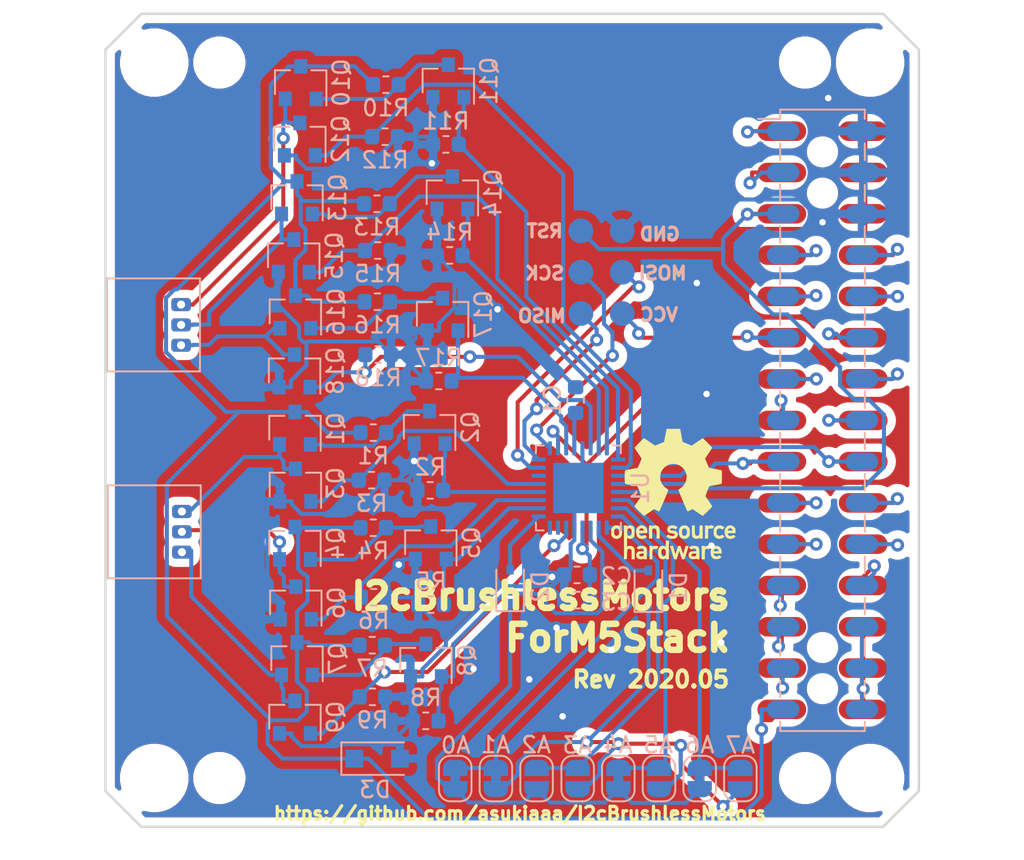
<source format=kicad_pcb>
(kicad_pcb (version 20171130) (host pcbnew 5.1.5-52549c5~86~ubuntu18.04.1)
  (layers (0 F.Cu signal) (31 B.Cu signal) (34 B.Paste user) (35 F.Paste user) (36 B.SilkS user) (37 F.SilkS user) (38 B.Mask user) (39 F.Mask user) (44 Edge.Cuts user))
  (net 0 "")
  (net 1 GND)
  (net 2 +BATT)
  (net 3 +5V)
  (net 4 +3V3)
  (net 5 "Net-(C1-Pad2)")
  (net 6 /21_SDA)
  (net 7 /22_SCL)
  (net 8 /MISO)
  (net 9 /SCK)
  (net 10 /MOSI)
  (net 11 /RST)
  (net 12 /HPWR)
  (net 13 /15)
  (net 14 /12)
  (net 15 /2)
  (net 16 /16)
  (net 17 /3)
  (net 18 /18)
  (net 19 /19)
  (net 20 /23)
  (net 21 /34)
  (net 22 /0)
  (net 23 /13)
  (net 24 /5)
  (net 25 /17)
  (net 26 /1)
  (net 27 /26)
  (net 28 /25)
  (net 29 /36)
  (net 30 /35)
  (net 31 "Net-(U1-Pad14)")
  (net 32 "Net-(U1-Pad8)")
  (net 33 "Net-(U1-Pad7)")
  (net 34 /M1C)
  (net 35 /M1B)
  (net 36 /M1A)
  (net 37 /M2C)
  (net 38 /M2B)
  (net 39 /M2A)
  (net 40 /M2BL)
  (net 41 /M2CH)
  (net 42 /M2CL)
  (net 43 "Net-(Q1-Pad1)")
  (net 44 /M1AH)
  (net 45 /M1AL)
  (net 46 /M1BH)
  (net 47 /M1CH)
  (net 48 /M1BL)
  (net 49 /M1CL)
  (net 50 /M2AH)
  (net 51 /M2BH)
  (net 52 /M2AL)
  (net 53 "Net-(A0-Pad2)")
  (net 54 "Net-(A1-Pad2)")
  (net 55 "Net-(Q4-Pad1)")
  (net 56 "Net-(Q7-Pad1)")
  (net 57 "Net-(Q10-Pad1)")
  (net 58 "Net-(Q13-Pad1)")
  (net 59 "Net-(Q16-Pad1)")
  (net 60 /A01)
  (net 61 /A23)
  (net 62 /A45)
  (net 63 /A67)
  (net 64 "Net-(D2-Pad2)")
  (net 65 "Net-(D1-Pad2)")
  (module footprints:Molex_1x03_P1.25mm_Vertical (layer B.Cu) (at 102.9488 69.1332 270)
    (fp_text reference J5 hide)
    (fp_text value Conn_01x03)
    (pad 3 thru_hole roundrect (at 1.25 -1.7 270) (size 0.8 1.2) (drill 0.5) (layers *.Cu *.Mask) (net 37 /M2C))
    (pad 2 thru_hole roundrect (at 0 -1.7 270) (size 0.8 1.2) (drill 0.5) (layers *.Cu *.Mask) (net 38 /M2B))
    (pad 1 thru_hole roundrect (at -1.25 -1.7 270) (size 0.8 1.2) (drill 0.5) (layers *.Cu *.Mask) (net 39 /M2A))
  )
  (module footprints:Molex_1x03_P1.25mm_Vertical (layer B.Cu) (at 102.9988 81.8582 270)
    (fp_text reference J1 hide)
    (fp_text value Conn_01x03)
    (pad 3 thru_hole roundrect (at 1.25 -1.7 270) (size 0.8 1.2) (drill 0.5) (layers *.Cu *.Mask) (net 34 /M1C))
    (pad 2 thru_hole roundrect (at 0 -1.7 270) (size 0.8 1.2) (drill 0.5) (layers *.Cu *.Mask) (net 35 /M1B))
    (pad 1 thru_hole roundrect (at -1.25 -1.7 270) (size 0.8 1.2) (drill 0.5) (layers *.Cu *.Mask) (net 36 /M1A))
  )
  (module Diode_SMD:D_SOD-323 (layer B.Cu) (at 124.874 85.2332 90)
    (fp_text reference D2 (at 0 1.85 90) (layer B.SilkS) (effects (justify mirror)))
    (fp_text value D)
    (pad 2 smd rect (at 1.05 0 90) (size 0.6 0.45) (layers B.Cu B.Paste B.Mask) (net 64 "Net-(D2-Pad2)"))
    (pad 1 smd rect (at -1.05 0 90) (size 0.6 0.45) (layers B.Cu B.Paste B.Mask) (net 53 "Net-(A0-Pad2)"))
  )
  (module Diode_SMD:D_SOD-323 (layer B.Cu) (at 133.374 85.2832 90)
    (fp_text reference D1 (at 0 1.85 90) (layer B.SilkS) (effects (justify mirror)))
    (fp_text value D)
    (pad 2 smd rect (at 1.05 0 90) (size 0.6 0.45) (layers B.Cu B.Paste B.Mask) (net 65 "Net-(D1-Pad2)"))
    (pad 1 smd rect (at -1.05 0 90) (size 0.6 0.45) (layers B.Cu B.Paste B.Mask) (net 54 "Net-(A1-Pad2)"))
  )
  (module Diode_SMD:D_SOD-123F (layer B.Cu) (at 116.699 95.8082)
    (fp_text reference D3 (at -0.127 1.905) (layer B.SilkS) (effects (justify mirror)))
    (fp_text value D)
    (pad 2 smd rect (at 1.4 0) (size 1.1 1.1) (layers B.Cu B.Paste B.Mask) (net 1 GND))
    (pad 1 smd rect (at -1.4 0) (size 1.1 1.1) (layers B.Cu B.Paste B.Mask) (net 2 +BATT))
  )
  (module Capacitor_SMD:C_0603_1608Metric (layer B.Cu) (at 128.986 86.0582)
    (fp_text reference C3 (at 2.4125 0.125) (layer B.SilkS) (effects (justify mirror)))
    (fp_text value 0.1uf)
    (pad 2 smd roundrect (at 0.7875 0) (size 0.875 0.95) (layers B.Cu B.Paste B.Mask) (net 4 +3V3))
    (pad 1 smd roundrect (at -0.7875 0) (size 0.875 0.95) (layers B.Cu B.Paste B.Mask) (net 1 GND))
  )
  (module Capacitor_SMD:C_0603_1608Metric (layer B.Cu) (at 128.986 84.5082)
    (fp_text reference C2 (at 2.425 0.075) (layer B.SilkS) (effects (justify mirror)))
    (fp_text value 1uf)
    (pad 2 smd roundrect (at 0.7875 0) (size 0.875 0.95) (layers B.Cu B.Paste B.Mask) (net 4 +3V3))
    (pad 1 smd roundrect (at -0.7875 0) (size 0.875 0.95) (layers B.Cu B.Paste B.Mask) (net 1 GND))
  )
  (module Capacitor_SMD:C_0603_1608Metric (layer B.Cu) (at 128.899 73.7582 270)
    (fp_text reference C1 (at 0 1.43 90) (layer B.SilkS) (effects (justify mirror)))
    (fp_text value 0.1uf)
    (pad 2 smd roundrect (at 0.7875 0 270) (size 0.875 0.95) (layers B.Cu B.Paste B.Mask) (net 5 "Net-(C1-Pad2)"))
    (pad 1 smd roundrect (at -0.7875 0 270) (size 0.875 0.95) (layers B.Cu B.Paste B.Mask) (net 1 GND))
  )
  (module Resistor_SMD:R_0603_1608Metric (layer B.Cu) (at 116.411 92.0082)
    (fp_text reference R9 (at 0 1.43) (layer B.SilkS) (effects (justify mirror)))
    (fp_text value 10k)
    (pad 2 smd roundrect (at 0.7875 0) (size 0.875 0.95) (layers B.Cu B.Paste B.Mask) (net 1 GND))
    (pad 1 smd roundrect (at -0.7875 0) (size 0.875 0.95) (layers B.Cu B.Paste B.Mask) (net 49 /M1CL))
  )
  (module Package_TO_SOT_SMD:SOT-23 (layer B.Cu) (at 111.774 89.6582 90)
    (fp_text reference Q7 (at 0 2.5 90) (layer B.SilkS) (effects (justify mirror)))
    (fp_text value Q_PMOS_GSD)
    (pad 3 smd rect (at 1 0 90) (size 0.9 0.8) (layers B.Cu B.Paste B.Mask) (net 2 +BATT))
    (pad 2 smd rect (at -1 -0.95 90) (size 0.9 0.8) (layers B.Cu B.Paste B.Mask) (net 34 /M1C))
    (pad 1 smd rect (at -1 0.95 90) (size 0.9 0.8) (layers B.Cu B.Paste B.Mask) (net 56 "Net-(Q7-Pad1)"))
  )
  (module Resistor_SMD:R_0603_1608Metric (layer B.Cu) (at 119.686 93.4832 180)
    (fp_text reference R8 (at 0 1.43) (layer B.SilkS) (effects (justify mirror)))
    (fp_text value 10k)
    (pad 2 smd roundrect (at 0.7875 0 180) (size 0.875 0.95) (layers B.Cu B.Paste B.Mask) (net 1 GND))
    (pad 1 smd roundrect (at -0.7875 0 180) (size 0.875 0.95) (layers B.Cu B.Paste B.Mask) (net 47 /M1CH))
  )
  (module Package_TO_SOT_SMD:SOT-23 (layer B.Cu) (at 111.649 75.4832 90)
    (fp_text reference Q1 (at -0.025 2.5 90) (layer B.SilkS) (effects (justify mirror)))
    (fp_text value Q_PMOS_GSD)
    (pad 3 smd rect (at 1 0 90) (size 0.9 0.8) (layers B.Cu B.Paste B.Mask) (net 2 +BATT))
    (pad 2 smd rect (at -1 -0.95 90) (size 0.9 0.8) (layers B.Cu B.Paste B.Mask) (net 36 /M1A))
    (pad 1 smd rect (at -1 0.95 90) (size 0.9 0.8) (layers B.Cu B.Paste B.Mask) (net 43 "Net-(Q1-Pad1)"))
  )
  (module Resistor_SMD:R_0603_1608Metric (layer B.Cu) (at 119.961 79.3082 180)
    (fp_text reference R2 (at 0 1.43) (layer B.SilkS) (effects (justify mirror)))
    (fp_text value 10k)
    (pad 2 smd roundrect (at 0.7875 0 180) (size 0.875 0.95) (layers B.Cu B.Paste B.Mask) (net 1 GND))
    (pad 1 smd roundrect (at -0.7875 0 180) (size 0.875 0.95) (layers B.Cu B.Paste B.Mask) (net 44 /M1AH))
  )
  (module Resistor_SMD:R_0603_1608Metric (layer B.Cu) (at 116.461 75.7582)
    (fp_text reference R1 (at 0 1.43) (layer B.SilkS) (effects (justify mirror)))
    (fp_text value 10k)
    (pad 2 smd roundrect (at 0.7875 0) (size 0.875 0.95) (layers B.Cu B.Paste B.Mask) (net 43 "Net-(Q1-Pad1)"))
    (pad 1 smd roundrect (at -0.7875 0) (size 0.875 0.95) (layers B.Cu B.Paste B.Mask) (net 2 +BATT))
  )
  (module Resistor_SMD:R_0603_1608Metric (layer B.Cu) (at 116.461 81.6082)
    (fp_text reference R4 (at 0 1.43) (layer B.SilkS) (effects (justify mirror)))
    (fp_text value 10k)
    (pad 2 smd roundrect (at 0.7875 0) (size 0.875 0.95) (layers B.Cu B.Paste B.Mask) (net 55 "Net-(Q4-Pad1)"))
    (pad 1 smd roundrect (at -0.7875 0) (size 0.875 0.95) (layers B.Cu B.Paste B.Mask) (net 2 +BATT))
  )
  (module Package_TO_SOT_SMD:SOT-23 (layer B.Cu) (at 111.574 64.8832 90)
    (fp_text reference Q15 (at 0 2.5 90) (layer B.SilkS) (effects (justify mirror)))
    (fp_text value Q_NMOS_GSD)
    (pad 3 smd rect (at 1 0 90) (size 0.9 0.8) (layers B.Cu B.Paste B.Mask) (net 38 /M2B))
    (pad 2 smd rect (at -1 -0.95 90) (size 0.9 0.8) (layers B.Cu B.Paste B.Mask) (net 1 GND))
    (pad 1 smd rect (at -1 0.95 90) (size 0.9 0.8) (layers B.Cu B.Paste B.Mask) (net 40 /M2BL))
  )
  (module Resistor_SMD:R_0603_1608Metric (layer B.Cu) (at 117.236 54.3582)
    (fp_text reference R10 (at 0 1.43) (layer B.SilkS) (effects (justify mirror)))
    (fp_text value 10k)
    (pad 2 smd roundrect (at 0.7875 0) (size 0.875 0.95) (layers B.Cu B.Paste B.Mask) (net 57 "Net-(Q10-Pad1)"))
    (pad 1 smd roundrect (at -0.7875 0) (size 0.875 0.95) (layers B.Cu B.Paste B.Mask) (net 2 +BATT))
  )
  (module Resistor_SMD:R_0603_1608Metric (layer B.Cu) (at 117.186 57.5582)
    (fp_text reference R12 (at 0 1.43) (layer B.SilkS) (effects (justify mirror)))
    (fp_text value 10k)
    (pad 2 smd roundrect (at 0.7875 0) (size 0.875 0.95) (layers B.Cu B.Paste B.Mask) (net 1 GND))
    (pad 1 smd roundrect (at -0.7875 0) (size 0.875 0.95) (layers B.Cu B.Paste B.Mask) (net 52 /M2AL))
  )
  (module Jumper:SolderJumper-2_P1.3mm_Open_RoundedPad1.0x1.5mm (layer B.Cu) (at 139.024 97.0332 270)
    (fp_text reference A7 (at -2.05 0 180) (layer B.SilkS) (effects (justify mirror)))
    (fp_text value NO)
    (pad 2 smd custom (at 0.65 0 270) (size 1 0.5) (layers B.Cu B.Mask) (net 54 "Net-(A1-Pad2)") (options (clearance outline) (anchor rect)) (primitives (gr_circle (center 0 -0.25) (end 0.5 -0.25) (width 0)) (gr_circle (center 0 0.25) (end 0.5 0.25) (width 0)) (gr_poly (pts (xy 0 0.75) (xy -0.5 0.75) (xy -0.5 -0.75) (xy 0 -0.75)) (width 0))))
    (pad 1 smd custom (at -0.65 0 270) (size 1 0.5) (layers B.Cu B.Mask) (net 63 /A67) (options (clearance outline) (anchor rect)) (primitives (gr_circle (center 0 -0.25) (end 0.5 -0.25) (width 0)) (gr_circle (center 0 0.25) (end 0.5 0.25) (width 0)) (gr_poly (pts (xy 0 0.75) (xy 0.5 0.75) (xy 0.5 -0.75) (xy 0 -0.75)) (width 0))))
  )
  (module Resistor_SMD:R_0603_1608Metric (layer B.Cu) (at 116.736 64.5582)
    (fp_text reference R15 (at 0 1.43) (layer B.SilkS) (effects (justify mirror)))
    (fp_text value 10k)
    (pad 2 smd roundrect (at 0.7875 0) (size 0.875 0.95) (layers B.Cu B.Paste B.Mask) (net 1 GND))
    (pad 1 smd roundrect (at -0.7875 0) (size 0.875 0.95) (layers B.Cu B.Paste B.Mask) (net 40 /M2BL))
  )
  (module Package_TO_SOT_SMD:SOT-23 (layer B.Cu) (at 111.624 71.9582 90)
    (fp_text reference Q18 (at 0 2.5 90) (layer B.SilkS) (effects (justify mirror)))
    (fp_text value Q_NMOS_GSD)
    (pad 3 smd rect (at 1 0 90) (size 0.9 0.8) (layers B.Cu B.Paste B.Mask) (net 37 /M2C))
    (pad 2 smd rect (at -1 -0.95 90) (size 0.9 0.8) (layers B.Cu B.Paste B.Mask) (net 1 GND))
    (pad 1 smd rect (at -1 0.95 90) (size 0.9 0.8) (layers B.Cu B.Paste B.Mask) (net 42 /M2CL))
  )
  (module Resistor_SMD:R_0603_1608Metric (layer B.Cu) (at 120.011 86.3332 180)
    (fp_text reference R5 (at 0 1.43) (layer B.SilkS) (effects (justify mirror)))
    (fp_text value 10k)
    (pad 2 smd roundrect (at 0.7875 0 180) (size 0.875 0.95) (layers B.Cu B.Paste B.Mask) (net 1 GND))
    (pad 1 smd roundrect (at -0.7875 0 180) (size 0.875 0.95) (layers B.Cu B.Paste B.Mask) (net 46 /M1BH))
  )
  (module Jumper:SolderJumper-2_P1.3mm_Bridged_RoundedPad1.0x1.5mm (layer B.Cu) (at 121.499 97.0332 270)
    (fp_text reference A0 (at -2.05 -0.025 180) (layer B.SilkS) (effects (justify mirror)))
    (fp_text value NC)
    (fp_poly (pts (xy 0.25 0.3) (xy -0.25 0.3) (xy -0.25 -0.3) (xy 0.25 -0.3)) (layer B.Cu) (width 0))
    (pad 1 smd custom (at -0.65 0 270) (size 1 0.5) (layers B.Cu B.Mask) (net 60 /A01) (options (clearance outline) (anchor rect)) (primitives (gr_circle (center 0 -0.25) (end 0.5 -0.25) (width 0)) (gr_circle (center 0 0.25) (end 0.5 0.25) (width 0)) (gr_poly (pts (xy 0 0.75) (xy 0.5 0.75) (xy 0.5 -0.75) (xy 0 -0.75)) (width 0))))
    (pad 2 smd custom (at 0.65 0 270) (size 1 0.5) (layers B.Cu B.Mask) (net 53 "Net-(A0-Pad2)") (options (clearance outline) (anchor rect)) (primitives (gr_circle (center 0 -0.25) (end 0.5 -0.25) (width 0)) (gr_circle (center 0 0.25) (end 0.5 0.25) (width 0)) (gr_poly (pts (xy 0 0.75) (xy -0.5 0.75) (xy -0.5 -0.75) (xy 0 -0.75)) (width 0))))
  )
  (module Resistor_SMD:R_0603_1608Metric (layer B.Cu) (at 116.3988 88.8332)
    (fp_text reference R7 (at 0 1.43) (layer B.SilkS) (effects (justify mirror)))
    (fp_text value 10k)
    (pad 2 smd roundrect (at 0.7875 0) (size 0.875 0.95) (layers B.Cu B.Paste B.Mask) (net 56 "Net-(Q7-Pad1)"))
    (pad 1 smd roundrect (at -0.7875 0) (size 0.875 0.95) (layers B.Cu B.Paste B.Mask) (net 2 +BATT))
  )
  (module Resistor_SMD:R_0603_1608Metric (layer B.Cu) (at 116.711 67.7082)
    (fp_text reference R16 (at 0 1.43) (layer B.SilkS) (effects (justify mirror)))
    (fp_text value 10k)
    (pad 2 smd roundrect (at 0.7875 0) (size 0.875 0.95) (layers B.Cu B.Paste B.Mask) (net 59 "Net-(Q16-Pad1)"))
    (pad 1 smd roundrect (at -0.7875 0) (size 0.875 0.95) (layers B.Cu B.Paste B.Mask) (net 2 +BATT))
  )
  (module Package_TO_SOT_SMD:SOT-23 (layer B.Cu) (at 111.699 86.2332 90)
    (fp_text reference Q6 (at 0 2.5 90) (layer B.SilkS) (effects (justify mirror)))
    (fp_text value Q_NMOS_GSD)
    (pad 3 smd rect (at 1 0 90) (size 0.9 0.8) (layers B.Cu B.Paste B.Mask) (net 35 /M1B))
    (pad 2 smd rect (at -1 -0.95 90) (size 0.9 0.8) (layers B.Cu B.Paste B.Mask) (net 1 GND))
    (pad 1 smd rect (at -1 0.95 90) (size 0.9 0.8) (layers B.Cu B.Paste B.Mask) (net 48 /M1BL))
  )
  (module Package_TO_SOT_SMD:SOT-23 (layer B.Cu) (at 121.324 61.0082 90)
    (fp_text reference Q14 (at 0 2.5 90) (layer B.SilkS) (effects (justify mirror)))
    (fp_text value Q_NMOS_GSD)
    (pad 3 smd rect (at 1 0 90) (size 0.9 0.8) (layers B.Cu B.Paste B.Mask) (net 58 "Net-(Q13-Pad1)"))
    (pad 2 smd rect (at -1 -0.95 90) (size 0.9 0.8) (layers B.Cu B.Paste B.Mask) (net 1 GND))
    (pad 1 smd rect (at -1 0.95 90) (size 0.9 0.8) (layers B.Cu B.Paste B.Mask) (net 51 /M2BH))
  )
  (module Jumper:SolderJumper-2_P1.3mm_Open_RoundedPad1.0x1.5mm (layer B.Cu) (at 126.499 97.0332 270)
    (fp_text reference A2 (at -2.075 0.025 180) (layer B.SilkS) (effects (justify mirror)))
    (fp_text value NO)
    (pad 2 smd custom (at 0.65 0 270) (size 1 0.5) (layers B.Cu B.Mask) (net 53 "Net-(A0-Pad2)") (options (clearance outline) (anchor rect)) (primitives (gr_circle (center 0 -0.25) (end 0.5 -0.25) (width 0)) (gr_circle (center 0 0.25) (end 0.5 0.25) (width 0)) (gr_poly (pts (xy 0 0.75) (xy -0.5 0.75) (xy -0.5 -0.75) (xy 0 -0.75)) (width 0))))
    (pad 1 smd custom (at -0.65 0 270) (size 1 0.5) (layers B.Cu B.Mask) (net 61 /A23) (options (clearance outline) (anchor rect)) (primitives (gr_circle (center 0 -0.25) (end 0.5 -0.25) (width 0)) (gr_circle (center 0 0.25) (end 0.5 0.25) (width 0)) (gr_poly (pts (xy 0 0.75) (xy 0.5 0.75) (xy 0.5 -0.75) (xy 0 -0.75)) (width 0))))
  )
  (module Package_TO_SOT_SMD:SOT-23 (layer B.Cu) (at 111.649 93.2582 90)
    (fp_text reference Q9 (at 0 2.5 90) (layer B.SilkS) (effects (justify mirror)))
    (fp_text value Q_NMOS_GSD)
    (pad 3 smd rect (at 1 0 90) (size 0.9 0.8) (layers B.Cu B.Paste B.Mask) (net 34 /M1C))
    (pad 2 smd rect (at -1 -0.95 90) (size 0.9 0.8) (layers B.Cu B.Paste B.Mask) (net 1 GND))
    (pad 1 smd rect (at -1 0.95 90) (size 0.9 0.8) (layers B.Cu B.Paste B.Mask) (net 49 /M1CL))
  )
  (module Package_TO_SOT_SMD:SOT-23 (layer B.Cu) (at 119.999 82.5332 90)
    (fp_text reference Q5 (at 0 2.5 90) (layer B.SilkS) (effects (justify mirror)))
    (fp_text value Q_NMOS_GSD)
    (pad 3 smd rect (at 1 0 90) (size 0.9 0.8) (layers B.Cu B.Paste B.Mask) (net 55 "Net-(Q4-Pad1)"))
    (pad 2 smd rect (at -1 -0.95 90) (size 0.9 0.8) (layers B.Cu B.Paste B.Mask) (net 1 GND))
    (pad 1 smd rect (at -1 0.95 90) (size 0.9 0.8) (layers B.Cu B.Paste B.Mask) (net 46 /M1BH))
  )
  (module Resistor_SMD:R_0603_1608Metric (layer B.Cu) (at 121.161 64.8582 180)
    (fp_text reference R14 (at 0 1.43) (layer B.SilkS) (effects (justify mirror)))
    (fp_text value 10k)
    (pad 2 smd roundrect (at 0.7875 0 180) (size 0.875 0.95) (layers B.Cu B.Paste B.Mask) (net 1 GND))
    (pad 1 smd roundrect (at -0.7875 0 180) (size 0.875 0.95) (layers B.Cu B.Paste B.Mask) (net 51 /M2BH))
  )
  (module Package_TO_SOT_SMD:SOT-23 (layer B.Cu) (at 111.649 82.5582 90)
    (fp_text reference Q4 (at 0 2.5 90) (layer B.SilkS) (effects (justify mirror)))
    (fp_text value Q_PMOS_GSD)
    (pad 3 smd rect (at 1 0 90) (size 0.9 0.8) (layers B.Cu B.Paste B.Mask) (net 2 +BATT))
    (pad 2 smd rect (at -1 -0.95 90) (size 0.9 0.8) (layers B.Cu B.Paste B.Mask) (net 35 /M1B))
    (pad 1 smd rect (at -1 0.95 90) (size 0.9 0.8) (layers B.Cu B.Paste B.Mask) (net 55 "Net-(Q4-Pad1)"))
  )
  (module Package_TO_SOT_SMD:SOT-23 (layer B.Cu) (at 111.949 57.7082 90)
    (fp_text reference Q12 (at 0 2.5 90) (layer B.SilkS) (effects (justify mirror)))
    (fp_text value Q_NMOS_GSD)
    (pad 3 smd rect (at 1 0 90) (size 0.9 0.8) (layers B.Cu B.Paste B.Mask) (net 39 /M2A))
    (pad 2 smd rect (at -1 -0.95 90) (size 0.9 0.8) (layers B.Cu B.Paste B.Mask) (net 1 GND))
    (pad 1 smd rect (at -1 0.95 90) (size 0.9 0.8) (layers B.Cu B.Paste B.Mask) (net 52 /M2AL))
  )
  (module Package_TO_SOT_SMD:SOT-23 (layer B.Cu) (at 119.699 89.7582 90)
    (fp_text reference Q8 (at 0 2.5 90) (layer B.SilkS) (effects (justify mirror)))
    (fp_text value Q_NMOS_GSD)
    (pad 3 smd rect (at 1 0 90) (size 0.9 0.8) (layers B.Cu B.Paste B.Mask) (net 56 "Net-(Q7-Pad1)"))
    (pad 2 smd rect (at -1 -0.95 90) (size 0.9 0.8) (layers B.Cu B.Paste B.Mask) (net 1 GND))
    (pad 1 smd rect (at -1 0.95 90) (size 0.9 0.8) (layers B.Cu B.Paste B.Mask) (net 47 /M1CH))
  )
  (module Resistor_SMD:R_0603_1608Metric (layer B.Cu) (at 120.924 58.0332 180)
    (fp_text reference R11 (at 0 1.43) (layer B.SilkS) (effects (justify mirror)))
    (fp_text value 10k)
    (pad 2 smd roundrect (at 0.7875 0 180) (size 0.875 0.95) (layers B.Cu B.Paste B.Mask) (net 1 GND))
    (pad 1 smd roundrect (at -0.7875 0 180) (size 0.875 0.95) (layers B.Cu B.Paste B.Mask) (net 50 /M2AH))
  )
  (module Resistor_SMD:R_0603_1608Metric (layer B.Cu) (at 116.761 70.9582)
    (fp_text reference R18 (at 0 1.43) (layer B.SilkS) (effects (justify mirror)))
    (fp_text value 10k)
    (pad 2 smd roundrect (at 0.7875 0) (size 0.875 0.95) (layers B.Cu B.Paste B.Mask) (net 1 GND))
    (pad 1 smd roundrect (at -0.7875 0) (size 0.875 0.95) (layers B.Cu B.Paste B.Mask) (net 42 /M2CL))
  )
  (module Package_TO_SOT_SMD:SOT-23 (layer B.Cu) (at 111.674 78.9832 90)
    (fp_text reference Q3 (at 0.1 2.475 90) (layer B.SilkS) (effects (justify mirror)))
    (fp_text value Q_NMOS_GSD)
    (pad 3 smd rect (at 1 0 90) (size 0.9 0.8) (layers B.Cu B.Paste B.Mask) (net 36 /M1A))
    (pad 2 smd rect (at -1 -0.95 90) (size 0.9 0.8) (layers B.Cu B.Paste B.Mask) (net 1 GND))
    (pad 1 smd rect (at -1 0.95 90) (size 0.9 0.8) (layers B.Cu B.Paste B.Mask) (net 45 /M1AL))
  )
  (module Jumper:SolderJumper-2_P1.3mm_Open_RoundedPad1.0x1.5mm (layer B.Cu) (at 134.024 97.0332 270)
    (fp_text reference A5 (at -2.075 0.05) (layer B.SilkS) (effects (justify mirror)))
    (fp_text value NO)
    (pad 2 smd custom (at 0.65 0 270) (size 1 0.5) (layers B.Cu B.Mask) (net 54 "Net-(A1-Pad2)") (options (clearance outline) (anchor rect)) (primitives (gr_circle (center 0 -0.25) (end 0.5 -0.25) (width 0)) (gr_circle (center 0 0.25) (end 0.5 0.25) (width 0)) (gr_poly (pts (xy 0 0.75) (xy -0.5 0.75) (xy -0.5 -0.75) (xy 0 -0.75)) (width 0))))
    (pad 1 smd custom (at -0.65 0 270) (size 1 0.5) (layers B.Cu B.Mask) (net 62 /A45) (options (clearance outline) (anchor rect)) (primitives (gr_circle (center 0 -0.25) (end 0.5 -0.25) (width 0)) (gr_circle (center 0 0.25) (end 0.5 0.25) (width 0)) (gr_poly (pts (xy 0 0.75) (xy 0.5 0.75) (xy 0.5 -0.75) (xy 0 -0.75)) (width 0))))
  )
  (module Package_TO_SOT_SMD:SOT-23 (layer B.Cu) (at 111.999 54.2332 90)
    (fp_text reference Q10 (at 0 2.5 90) (layer B.SilkS) (effects (justify mirror)))
    (fp_text value Q_PMOS_GSD)
    (pad 3 smd rect (at 1 0 90) (size 0.9 0.8) (layers B.Cu B.Paste B.Mask) (net 2 +BATT))
    (pad 2 smd rect (at -1 -0.95 90) (size 0.9 0.8) (layers B.Cu B.Paste B.Mask) (net 39 /M2A))
    (pad 1 smd rect (at -1 0.95 90) (size 0.9 0.8) (layers B.Cu B.Paste B.Mask) (net 57 "Net-(Q10-Pad1)"))
  )
  (module Jumper:SolderJumper-2_P1.3mm_Open_RoundedPad1.0x1.5mm (layer B.Cu) (at 129.024 97.0332 270)
    (fp_text reference A3 (at -2.05 0.025 180) (layer B.SilkS) (effects (justify mirror)))
    (fp_text value NO)
    (pad 2 smd custom (at 0.65 0 270) (size 1 0.5) (layers B.Cu B.Mask) (net 54 "Net-(A1-Pad2)") (options (clearance outline) (anchor rect)) (primitives (gr_circle (center 0 -0.25) (end 0.5 -0.25) (width 0)) (gr_circle (center 0 0.25) (end 0.5 0.25) (width 0)) (gr_poly (pts (xy 0 0.75) (xy -0.5 0.75) (xy -0.5 -0.75) (xy 0 -0.75)) (width 0))))
    (pad 1 smd custom (at -0.65 0 270) (size 1 0.5) (layers B.Cu B.Mask) (net 61 /A23) (options (clearance outline) (anchor rect)) (primitives (gr_circle (center 0 -0.25) (end 0.5 -0.25) (width 0)) (gr_circle (center 0 0.25) (end 0.5 0.25) (width 0)) (gr_poly (pts (xy 0 0.75) (xy 0.5 0.75) (xy 0.5 -0.75) (xy 0 -0.75)) (width 0))))
  )
  (module Package_TO_SOT_SMD:SOT-23 (layer B.Cu) (at 120.724 68.4832 90)
    (fp_text reference Q17 (at 0 2.5 90) (layer B.SilkS) (effects (justify mirror)))
    (fp_text value Q_NMOS_GSD)
    (pad 3 smd rect (at 1 0 90) (size 0.9 0.8) (layers B.Cu B.Paste B.Mask) (net 59 "Net-(Q16-Pad1)"))
    (pad 2 smd rect (at -1 -0.95 90) (size 0.9 0.8) (layers B.Cu B.Paste B.Mask) (net 1 GND))
    (pad 1 smd rect (at -1 0.95 90) (size 0.9 0.8) (layers B.Cu B.Paste B.Mask) (net 41 /M2CH))
  )
  (module Package_TO_SOT_SMD:SOT-23 (layer B.Cu) (at 121.074 54.1332 90)
    (fp_text reference Q11 (at 0 2.5 90) (layer B.SilkS) (effects (justify mirror)))
    (fp_text value Q_NMOS_GSD)
    (pad 3 smd rect (at 1 0 90) (size 0.9 0.8) (layers B.Cu B.Paste B.Mask) (net 57 "Net-(Q10-Pad1)"))
    (pad 2 smd rect (at -1 -0.95 90) (size 0.9 0.8) (layers B.Cu B.Paste B.Mask) (net 1 GND))
    (pad 1 smd rect (at -1 0.95 90) (size 0.9 0.8) (layers B.Cu B.Paste B.Mask) (net 50 /M2AH))
  )
  (module Jumper:SolderJumper-2_P1.3mm_Bridged_RoundedPad1.0x1.5mm (layer B.Cu) (at 123.999 97.0332 270)
    (fp_text reference A1 (at -2.075 0.025 180) (layer B.SilkS) (effects (justify mirror)))
    (fp_text value NC)
    (fp_poly (pts (xy 0.25 0.3) (xy -0.25 0.3) (xy -0.25 -0.3) (xy 0.25 -0.3)) (layer B.Cu) (width 0))
    (pad 1 smd custom (at -0.65 0 270) (size 1 0.5) (layers B.Cu B.Mask) (net 60 /A01) (options (clearance outline) (anchor rect)) (primitives (gr_circle (center 0 -0.25) (end 0.5 -0.25) (width 0)) (gr_circle (center 0 0.25) (end 0.5 0.25) (width 0)) (gr_poly (pts (xy 0 0.75) (xy 0.5 0.75) (xy 0.5 -0.75) (xy 0 -0.75)) (width 0))))
    (pad 2 smd custom (at 0.65 0 270) (size 1 0.5) (layers B.Cu B.Mask) (net 54 "Net-(A1-Pad2)") (options (clearance outline) (anchor rect)) (primitives (gr_circle (center 0 -0.25) (end 0.5 -0.25) (width 0)) (gr_circle (center 0 0.25) (end 0.5 0.25) (width 0)) (gr_poly (pts (xy 0 0.75) (xy -0.5 0.75) (xy -0.5 -0.75) (xy 0 -0.75)) (width 0))))
  )
  (module Package_TO_SOT_SMD:SOT-23 (layer B.Cu) (at 119.924 75.4332 90)
    (fp_text reference Q2 (at 0 2.5 90) (layer B.SilkS) (effects (justify mirror)))
    (fp_text value Q_NMOS_GSD)
    (pad 3 smd rect (at 1 0 90) (size 0.9 0.8) (layers B.Cu B.Paste B.Mask) (net 43 "Net-(Q1-Pad1)"))
    (pad 2 smd rect (at -1 -0.95 90) (size 0.9 0.8) (layers B.Cu B.Paste B.Mask) (net 1 GND))
    (pad 1 smd rect (at -1 0.95 90) (size 0.9 0.8) (layers B.Cu B.Paste B.Mask) (net 44 /M1AH))
  )
  (module Resistor_SMD:R_0603_1608Metric (layer B.Cu) (at 116.486 85.8832)
    (fp_text reference R6 (at 0 1.43) (layer B.SilkS) (effects (justify mirror)))
    (fp_text value 10k)
    (pad 2 smd roundrect (at 0.7875 0) (size 0.875 0.95) (layers B.Cu B.Paste B.Mask) (net 1 GND))
    (pad 1 smd roundrect (at -0.7875 0) (size 0.875 0.95) (layers B.Cu B.Paste B.Mask) (net 48 /M1BL))
  )
  (module Resistor_SMD:R_0603_1608Metric (layer B.Cu) (at 116.686 61.6832)
    (fp_text reference R13 (at 0 1.43) (layer B.SilkS) (effects (justify mirror)))
    (fp_text value 10k)
    (pad 2 smd roundrect (at 0.7875 0) (size 0.875 0.95) (layers B.Cu B.Paste B.Mask) (net 58 "Net-(Q13-Pad1)"))
    (pad 1 smd roundrect (at -0.7875 0) (size 0.875 0.95) (layers B.Cu B.Paste B.Mask) (net 2 +BATT))
  )
  (module Package_TO_SOT_SMD:SOT-23 (layer B.Cu) (at 111.774 61.3082 90)
    (fp_text reference Q13 (at 0 2.5 90) (layer B.SilkS) (effects (justify mirror)))
    (fp_text value Q_PMOS_GSD)
    (pad 3 smd rect (at 1 0 90) (size 0.9 0.8) (layers B.Cu B.Paste B.Mask) (net 2 +BATT))
    (pad 2 smd rect (at -1 -0.95 90) (size 0.9 0.8) (layers B.Cu B.Paste B.Mask) (net 38 /M2B))
    (pad 1 smd rect (at -1 0.95 90) (size 0.9 0.8) (layers B.Cu B.Paste B.Mask) (net 58 "Net-(Q13-Pad1)"))
  )
  (module Package_DFN_QFN:QFN-32-1EP_5x5mm_P0.5mm_EP3.1x3.1mm (layer B.Cu) (at 129.069 79.1632 90)
    (fp_text reference U1 (at 0 3.82 90) (layer B.SilkS) (effects (justify mirror)))
    (fp_text value ATmega328PB-MU)
    (pad 33 smd rect (at 0 0 90) (size 3.1 3.1) (layers B.Cu B.Mask) (net 1 GND))
    (pad 32 smd roundrect (at -1.75 2.4375 90) (size 0.25 0.875) (layers B.Cu B.Paste B.Mask) (net 61 /A23))
    (pad 31 smd roundrect (at -1.25 2.4375 90) (size 0.25 0.875) (layers B.Cu B.Paste B.Mask) (net 62 /A45))
    (pad 30 smd roundrect (at -0.75 2.4375 90) (size 0.25 0.875) (layers B.Cu B.Paste B.Mask) (net 63 /A67))
    (pad 29 smd roundrect (at -0.25 2.4375 90) (size 0.25 0.875) (layers B.Cu B.Paste B.Mask) (net 11 /RST))
    (pad 28 smd roundrect (at 0.25 2.4375 90) (size 0.25 0.875) (layers B.Cu B.Paste B.Mask) (net 7 /22_SCL))
    (pad 27 smd roundrect (at 0.75 2.4375 90) (size 0.25 0.875) (layers B.Cu B.Paste B.Mask) (net 6 /21_SDA))
    (pad 26 smd roundrect (at 1.25 2.4375 90) (size 0.25 0.875) (layers B.Cu B.Paste B.Mask) (net 52 /M2AL))
    (pad 25 smd roundrect (at 1.75 2.4375 90) (size 0.25 0.875) (layers B.Cu B.Paste B.Mask) (net 50 /M2AH))
    (pad 24 smd roundrect (at 2.4375 1.75 90) (size 0.875 0.25) (layers B.Cu B.Paste B.Mask) (net 40 /M2BL))
    (pad 23 smd roundrect (at 2.4375 1.25 90) (size 0.875 0.25) (layers B.Cu B.Paste B.Mask) (net 51 /M2BH))
    (pad 22 smd roundrect (at 2.4375 0.75 90) (size 0.875 0.25) (layers B.Cu B.Paste B.Mask) (net 42 /M2CL))
    (pad 21 smd roundrect (at 2.4375 0.25 90) (size 0.875 0.25) (layers B.Cu B.Paste B.Mask) (net 1 GND))
    (pad 20 smd roundrect (at 2.4375 -0.25 90) (size 0.875 0.25) (layers B.Cu B.Paste B.Mask) (net 5 "Net-(C1-Pad2)"))
    (pad 19 smd roundrect (at 2.4375 -0.75 90) (size 0.875 0.25) (layers B.Cu B.Paste B.Mask) (net 41 /M2CH))
    (pad 18 smd roundrect (at 2.4375 -1.25 90) (size 0.875 0.25) (layers B.Cu B.Paste B.Mask) (net 4 +3V3))
    (pad 17 smd roundrect (at 2.4375 -1.75 90) (size 0.875 0.25) (layers B.Cu B.Paste B.Mask) (net 9 /SCK))
    (pad 16 smd roundrect (at 1.75 -2.4375 90) (size 0.25 0.875) (layers B.Cu B.Paste B.Mask) (net 8 /MISO))
    (pad 15 smd roundrect (at 1.25 -2.4375 90) (size 0.25 0.875) (layers B.Cu B.Paste B.Mask) (net 10 /MOSI))
    (pad 14 smd roundrect (at 0.75 -2.4375 90) (size 0.25 0.875) (layers B.Cu B.Paste B.Mask) (net 31 "Net-(U1-Pad14)"))
    (pad 13 smd roundrect (at 0.25 -2.4375 90) (size 0.25 0.875) (layers B.Cu B.Paste B.Mask) (net 45 /M1AL))
    (pad 12 smd roundrect (at -0.25 -2.4375 90) (size 0.25 0.875) (layers B.Cu B.Paste B.Mask) (net 44 /M1AH))
    (pad 11 smd roundrect (at -0.75 -2.4375 90) (size 0.25 0.875) (layers B.Cu B.Paste B.Mask) (net 48 /M1BL))
    (pad 10 smd roundrect (at -1.25 -2.4375 90) (size 0.25 0.875) (layers B.Cu B.Paste B.Mask) (net 46 /M1BH))
    (pad 9 smd roundrect (at -1.75 -2.4375 90) (size 0.25 0.875) (layers B.Cu B.Paste B.Mask) (net 64 "Net-(D2-Pad2)"))
    (pad 8 smd roundrect (at -2.4375 -1.75 90) (size 0.875 0.25) (layers B.Cu B.Paste B.Mask) (net 32 "Net-(U1-Pad8)"))
    (pad 7 smd roundrect (at -2.4375 -1.25 90) (size 0.875 0.25) (layers B.Cu B.Paste B.Mask) (net 33 "Net-(U1-Pad7)"))
    (pad 6 smd roundrect (at -2.4375 -0.75 90) (size 0.875 0.25) (layers B.Cu B.Paste B.Mask) (net 49 /M1CL))
    (pad 5 smd roundrect (at -2.4375 -0.25 90) (size 0.875 0.25) (layers B.Cu B.Paste B.Mask) (net 1 GND))
    (pad 4 smd roundrect (at -2.4375 0.25 90) (size 0.875 0.25) (layers B.Cu B.Paste B.Mask) (net 4 +3V3))
    (pad 3 smd roundrect (at -2.4375 0.75 90) (size 0.875 0.25) (layers B.Cu B.Paste B.Mask) (net 47 /M1CH))
    (pad 2 smd roundrect (at -2.4375 1.25 90) (size 0.875 0.25) (layers B.Cu B.Paste B.Mask) (net 65 "Net-(D1-Pad2)"))
    (pad 1 smd roundrect (at -2.4375 1.75 90) (size 0.875 0.25) (layers B.Cu B.Paste B.Mask) (net 60 /A01))
  )
  (module Resistor_SMD:R_0603_1608Metric (layer B.Cu) (at 120.486 72.5832 180)
    (fp_text reference R17 (at 0 1.43) (layer B.SilkS) (effects (justify mirror)))
    (fp_text value 10k)
    (pad 2 smd roundrect (at 0.7875 0 180) (size 0.875 0.95) (layers B.Cu B.Paste B.Mask) (net 1 GND))
    (pad 1 smd roundrect (at -0.7875 0 180) (size 0.875 0.95) (layers B.Cu B.Paste B.Mask) (net 41 /M2CH))
  )
  (module Package_TO_SOT_SMD:SOT-23 (layer B.Cu) (at 111.674 68.3332 90)
    (fp_text reference Q16 (at 0 2.5 90) (layer B.SilkS) (effects (justify mirror)))
    (fp_text value Q_PMOS_GSD)
    (pad 3 smd rect (at 1 0 90) (size 0.9 0.8) (layers B.Cu B.Paste B.Mask) (net 2 +BATT))
    (pad 2 smd rect (at -1 -0.95 90) (size 0.9 0.8) (layers B.Cu B.Paste B.Mask) (net 37 /M2C))
    (pad 1 smd rect (at -1 0.95 90) (size 0.9 0.8) (layers B.Cu B.Paste B.Mask) (net 59 "Net-(Q16-Pad1)"))
  )
  (module Jumper:SolderJumper-2_P1.3mm_Bridged_RoundedPad1.0x1.5mm (layer B.Cu) (at 136.524 97.0332 270)
    (fp_text reference A6 (at -2.075 0 180) (layer B.SilkS) (effects (justify mirror)))
    (fp_text value NC)
    (fp_poly (pts (xy 0.25 0.3) (xy -0.25 0.3) (xy -0.25 -0.3) (xy 0.25 -0.3)) (layer B.Cu) (width 0))
    (pad 1 smd custom (at -0.65 0 270) (size 1 0.5) (layers B.Cu B.Mask) (net 63 /A67) (options (clearance outline) (anchor rect)) (primitives (gr_circle (center 0 -0.25) (end 0.5 -0.25) (width 0)) (gr_circle (center 0 0.25) (end 0.5 0.25) (width 0)) (gr_poly (pts (xy 0 0.75) (xy 0.5 0.75) (xy 0.5 -0.75) (xy 0 -0.75)) (width 0))))
    (pad 2 smd custom (at 0.65 0 270) (size 1 0.5) (layers B.Cu B.Mask) (net 53 "Net-(A0-Pad2)") (options (clearance outline) (anchor rect)) (primitives (gr_circle (center 0 -0.25) (end 0.5 -0.25) (width 0)) (gr_circle (center 0 0.25) (end 0.5 0.25) (width 0)) (gr_poly (pts (xy 0 0.75) (xy -0.5 0.75) (xy -0.5 -0.75) (xy 0 -0.75)) (width 0))))
  )
  (module Jumper:SolderJumper-2_P1.3mm_Bridged_RoundedPad1.0x1.5mm (layer B.Cu) (at 131.524 97.0332 270)
    (fp_text reference A4 (at -2.075 0.025 180) (layer B.SilkS) (effects (justify mirror)))
    (fp_text value NC)
    (fp_poly (pts (xy 0.25 0.3) (xy -0.25 0.3) (xy -0.25 -0.3) (xy 0.25 -0.3)) (layer B.Cu) (width 0))
    (pad 1 smd custom (at -0.65 0 270) (size 1 0.5) (layers B.Cu B.Mask) (net 62 /A45) (options (clearance outline) (anchor rect)) (primitives (gr_circle (center 0 -0.25) (end 0.5 -0.25) (width 0)) (gr_circle (center 0 0.25) (end 0.5 0.25) (width 0)) (gr_poly (pts (xy 0 0.75) (xy 0.5 0.75) (xy 0.5 -0.75) (xy 0 -0.75)) (width 0))))
    (pad 2 smd custom (at 0.65 0 270) (size 1 0.5) (layers B.Cu B.Mask) (net 53 "Net-(A0-Pad2)") (options (clearance outline) (anchor rect)) (primitives (gr_circle (center 0 -0.25) (end 0.5 -0.25) (width 0)) (gr_circle (center 0 0.25) (end 0.5 0.25) (width 0)) (gr_poly (pts (xy 0 0.75) (xy -0.5 0.75) (xy -0.5 -0.75) (xy 0 -0.75)) (width 0))))
  )
  (module footprints:PinHeader_2x15_P2.54mm_M5Stack (layer F.Cu) (at 144.074 75)
    (fp_text reference J3 hide)
    (fp_text value Header)
    (pad "" np_thru_hole oval (at 0 13.97) (size 0.9 0.9) (drill 0.9) (layers *.Cu *.Mask))
    (pad "" np_thru_hole oval (at 0 -13.97) (size 0.9 0.9) (drill 0.9) (layers *.Cu *.Mask))
    (pad 30 smd oval (at 2.5 17.78) (size 3 1.2) (layers F.Cu F.Paste F.Mask) (net 12 /HPWR))
    (pad 28 smd oval (at 2.5 15.24) (size 3 1.2) (layers F.Cu F.Paste F.Mask) (net 12 /HPWR))
    (pad 26 smd oval (at 2.5 12.7) (size 3 1.2) (layers F.Cu F.Paste F.Mask) (net 12 /HPWR))
    (pad 24 smd oval (at 2.5 10.16) (size 3 1.2) (layers F.Cu F.Paste F.Mask) (net 13 /15))
    (pad 22 smd oval (at 2.5 7.62) (size 3 1.2) (layers F.Cu F.Paste F.Mask) (net 14 /12))
    (pad 20 smd oval (at 2.5 5.08) (size 3 1.2) (layers F.Cu F.Paste F.Mask) (net 15 /2))
    (pad 18 smd oval (at 2.5 2.54) (size 3 1.2) (layers F.Cu F.Paste F.Mask) (net 6 /21_SDA))
    (pad 16 smd oval (at 2.5 0.01) (size 3 1.2) (layers F.Cu F.Paste F.Mask) (net 16 /16))
    (pad 14 smd oval (at 2.5 -2.55) (size 3 1.2) (layers F.Cu F.Paste F.Mask) (net 17 /3))
    (pad 12 smd oval (at 2.5 -5.08) (size 3 1.2) (layers F.Cu F.Paste F.Mask) (net 18 /18))
    (pad 10 smd oval (at 2.5 -7.62) (size 3 1.2) (layers F.Cu F.Paste F.Mask) (net 19 /19))
    (pad 8 smd oval (at 2.5 -10.16) (size 3 1.2) (layers F.Cu F.Paste F.Mask) (net 20 /23))
    (pad 6 smd oval (at 2.5 -12.7) (size 3 1.2) (layers F.Cu F.Paste F.Mask) (net 1 GND))
    (pad 4 smd oval (at 2.5 -15.24) (size 3 1.2) (layers F.Cu F.Paste F.Mask) (net 1 GND))
    (pad 2 smd oval (at 2.5 -17.78) (size 3 1.2) (layers F.Cu F.Paste F.Mask) (net 1 GND))
    (pad 29 smd oval (at -2.5 17.78) (size 3 1.2) (layers F.Cu F.Paste F.Mask) (net 2 +BATT))
    (pad 27 smd oval (at -2.5 15.24) (size 3 1.2) (layers F.Cu F.Paste F.Mask) (net 3 +5V))
    (pad 25 smd oval (at -2.5 12.7) (size 3 1.2) (layers F.Cu F.Paste F.Mask) (net 21 /34))
    (pad 23 smd oval (at -2.5 10.16) (size 3 1.2) (layers F.Cu F.Paste F.Mask) (net 22 /0))
    (pad 21 smd oval (at -2.5 7.62) (size 3 1.2) (layers F.Cu F.Paste F.Mask) (net 23 /13))
    (pad 19 smd oval (at -2.5 5.08) (size 3 1.2) (layers F.Cu F.Paste F.Mask) (net 24 /5))
    (pad 17 smd oval (at -2.5 2.54) (size 3 1.2) (layers F.Cu F.Paste F.Mask) (net 7 /22_SCL))
    (pad 15 smd oval (at -2.5 0.01) (size 3 1.2) (layers F.Cu F.Paste F.Mask) (net 25 /17))
    (pad 13 smd oval (at -2.5 -2.54) (size 3 1.2) (layers F.Cu F.Paste F.Mask) (net 26 /1))
    (pad 11 smd oval (at -2.5 -5.08) (size 3 1.2) (layers F.Cu F.Paste F.Mask) (net 4 +3V3))
    (pad 9 smd oval (at -2.5 -7.62) (size 3 1.2) (layers F.Cu F.Paste F.Mask) (net 27 /26))
    (pad 7 smd oval (at -2.5 -10.16) (size 3 1.2) (layers F.Cu F.Paste F.Mask) (net 28 /25))
    (pad 5 smd oval (at -2.5 -12.7) (size 3 1.2) (layers F.Cu F.Paste F.Mask) (net 11 /RST))
    (pad 3 smd oval (at -2.5 -15.24) (size 3 1.2) (layers F.Cu F.Paste F.Mask) (net 29 /36))
    (pad 1 smd oval (at -2.5 -17.78) (size 3 1.2) (layers F.Cu F.Paste F.Mask) (net 30 /35))
  )
  (module Resistor_SMD:R_0603_1608Metric (layer B.Cu) (at 116.361 78.6832)
    (fp_text reference R3 (at 0 1.43) (layer B.SilkS) (effects (justify mirror)))
    (fp_text value 10k)
    (pad 2 smd roundrect (at 0.7875 0) (size 0.875 0.95) (layers B.Cu B.Paste B.Mask) (net 1 GND))
    (pad 1 smd roundrect (at -0.7875 0) (size 0.875 0.95) (layers B.Cu B.Paste B.Mask) (net 45 /M1AL))
  )
  (module footprints:2x03_P2.54mm_Pads (layer B.Cu) (at 130.494 65.8932)
    (fp_text reference J2 hide)
    (fp_text value Conn_01x06)
    (pad 1 connect circle (at -1.27 2.54) (size 1.524 1.524) (layers B.Cu B.Mask) (net 8 /MISO))
    (pad 2 connect circle (at 1.27 2.54) (size 1.524 1.524) (layers B.Cu B.Mask) (net 4 +3V3))
    (pad 3 connect circle (at -1.27 0) (size 1.524 1.524) (layers B.Cu B.Mask) (net 9 /SCK))
    (pad 4 connect circle (at 1.27 0) (size 1.524 1.524) (layers B.Cu B.Mask) (net 10 /MOSI))
    (pad 5 connect circle (at -1.27 -2.54) (size 1.524 1.524) (layers B.Cu B.Mask) (net 11 /RST))
    (pad 6 connect circle (at 1.27 -2.54) (size 1.524 1.524) (layers B.Cu B.Mask) (net 1 GND))
  )
  (module footprints:PinSocket_2x15_P2.54mm_Vertical_SMD_just_for_M5Stack_bottom (layer B.Cu) (at 144.074 75 180)
    (fp_text reference J4 hide)
    (fp_text value Socket)
    (pad 30 smd oval (at -2.42 -17.78 180) (size 2 1.1) (layers B.Cu B.Paste B.Mask) (net 12 /HPWR))
    (pad 29 smd oval (at 2.42 -17.78 180) (size 2 1.1) (layers B.Cu B.Paste B.Mask) (net 2 +BATT))
    (pad 28 smd oval (at -2.42 -15.24 180) (size 2 1.1) (layers B.Cu B.Paste B.Mask) (net 12 /HPWR))
    (pad 27 smd oval (at 2.42 -15.24 180) (size 2 1.1) (layers B.Cu B.Paste B.Mask) (net 3 +5V))
    (pad 26 smd oval (at -2.42 -12.7 180) (size 2 1.1) (layers B.Cu B.Paste B.Mask) (net 12 /HPWR))
    (pad 25 smd oval (at 2.42 -12.7 180) (size 2 1.1) (layers B.Cu B.Paste B.Mask) (net 21 /34))
    (pad 24 smd oval (at -2.42 -10.16 180) (size 2 1.1) (layers B.Cu B.Paste B.Mask) (net 13 /15))
    (pad 23 smd oval (at 2.42 -10.16 180) (size 2 1.1) (layers B.Cu B.Paste B.Mask) (net 22 /0))
    (pad 22 smd oval (at -2.42 -7.62 180) (size 2 1.1) (layers B.Cu B.Paste B.Mask) (net 14 /12))
    (pad 21 smd oval (at 2.42 -7.62 180) (size 2 1.1) (layers B.Cu B.Paste B.Mask) (net 23 /13))
    (pad 20 smd oval (at -2.42 -5.08 180) (size 2 1.1) (layers B.Cu B.Paste B.Mask) (net 15 /2))
    (pad 19 smd oval (at 2.42 -5.08 180) (size 2 1.1) (layers B.Cu B.Paste B.Mask) (net 24 /5))
    (pad 18 smd oval (at -2.42 -2.54 180) (size 2 1.1) (layers B.Cu B.Paste B.Mask) (net 6 /21_SDA))
    (pad 17 smd oval (at 2.42 -2.54 180) (size 2 1.1) (layers B.Cu B.Paste B.Mask) (net 7 /22_SCL))
    (pad 16 smd oval (at -2.42 0 180) (size 2 1.1) (layers B.Cu B.Paste B.Mask) (net 16 /16))
    (pad 15 smd oval (at 2.42 0 180) (size 2 1.1) (layers B.Cu B.Paste B.Mask) (net 25 /17))
    (pad 14 smd oval (at -2.42 2.54 180) (size 2 1.1) (layers B.Cu B.Paste B.Mask) (net 17 /3))
    (pad 13 smd oval (at 2.42 2.54 180) (size 2 1.1) (layers B.Cu B.Paste B.Mask) (net 26 /1))
    (pad 12 smd oval (at -2.42 5.08 180) (size 2 1.1) (layers B.Cu B.Paste B.Mask) (net 18 /18))
    (pad 11 smd oval (at 2.42 5.08 180) (size 2 1.1) (layers B.Cu B.Paste B.Mask) (net 4 +3V3))
    (pad 10 smd oval (at -2.42 7.62 180) (size 2 1.1) (layers B.Cu B.Paste B.Mask) (net 19 /19))
    (pad 9 smd oval (at 2.42 7.62 180) (size 2 1.1) (layers B.Cu B.Paste B.Mask) (net 27 /26))
    (pad 8 smd oval (at -2.42 10.16 180) (size 2 1.1) (layers B.Cu B.Paste B.Mask) (net 20 /23))
    (pad 7 smd oval (at 2.42 10.16 180) (size 2 1.1) (layers B.Cu B.Paste B.Mask) (net 28 /25))
    (pad 6 smd oval (at -2.42 12.7 180) (size 2 1.1) (layers B.Cu B.Paste B.Mask) (net 1 GND))
    (pad 5 smd oval (at 2.42 12.7 180) (size 2 1.1) (layers B.Cu B.Paste B.Mask) (net 11 /RST))
    (pad 4 smd oval (at -2.52 15.24 180) (size 2 1.1) (layers B.Cu B.Paste B.Mask) (net 1 GND))
    (pad 3 smd oval (at 2.42 15.24 180) (size 2 1.1) (layers B.Cu B.Paste B.Mask) (net 29 /36))
    (pad 2 smd oval (at -2.42 17.78 180) (size 2 1.1) (layers B.Cu B.Paste B.Mask) (net 1 GND))
    (pad 1 smd oval (at 2.42 17.78 180) (size 2 1.1) (layers B.Cu B.Paste B.Mask) (net 30 /35))
    (pad "" np_thru_hole circle (at 0 16.51 180) (size 0.9 0.9) (drill 0.9) (layers *.Cu *.Mask))
    (pad "" np_thru_hole circle (at 0 -16.51 180) (size 0.9 0.9) (drill 0.9) (layers *.Cu *.Mask))
  )
  (module MountingHole:MountingHole_3.2mm_M3 (layer F.Cu) (at 103 53)
    (fp_text reference REF1 hide)
    (fp_text value MountingHole_3.2mm_M3)
    (pad 1 np_thru_hole circle (at 0 0) (size 3.2 3.2) (drill 3.2) (layers *.Cu *.Mask))
  )
  (module MountingHole:MountingHole_3.2mm_M3 (layer F.Cu) (at 147 53)
    (fp_text reference REF4 hide)
    (fp_text value MountingHole_3.2mm_M3)
    (pad 1 np_thru_hole circle (at 0 0) (size 3.2 3.2) (drill 3.2) (layers *.Cu *.Mask))
  )
  (module MountingHole:MountingHole_3.2mm_M3 (layer F.Cu) (at 103 97)
    (fp_text reference REF6 hide)
    (fp_text value MountingHole_3.2mm_M3)
    (pad 1 np_thru_hole circle (at 0 0) (size 3.2 3.2) (drill 3.2) (layers *.Cu *.Mask))
  )
  (module MountingHole:MountingHole_3.2mm_M3 (layer F.Cu) (at 147 97)
    (fp_text reference REF9 hide)
    (fp_text value MountingHole_3.2mm_M3)
    (pad 1 np_thru_hole circle (at 0 0) (size 3.2 3.2) (drill 3.2) (layers *.Cu *.Mask))
  )
  (module MountingHole:MountingHole_2.2mm_M2 (layer F.Cu) (at 107 53)
    (fp_text reference REF2 hide)
    (fp_text value MountingHole_2.2mm_M2)
    (pad 1 np_thru_hole circle (at 0 0) (size 2.2 2.2) (drill 2.2) (layers *.Cu *.Mask))
  )
  (module MountingHole:MountingHole_2.2mm_M2 (layer F.Cu) (at 143 53)
    (fp_text reference REF3 hide)
    (fp_text value MountingHole_2.2mm_M2)
    (pad 1 np_thru_hole circle (at 0 0) (size 2.2 2.2) (drill 2.2) (layers *.Cu *.Mask))
  )
  (module MountingHole:MountingHole_2.2mm_M2 (layer F.Cu) (at 107 97)
    (fp_text reference REF7 hide)
    (fp_text value MountingHole_2.2mm_M2)
    (pad 1 np_thru_hole circle (at 0 0) (size 2.2 2.2) (drill 2.2) (layers *.Cu *.Mask))
  )
  (module MountingHole:MountingHole_2.2mm_M2 (layer F.Cu) (at 143 97)
    (fp_text reference REF8 hide)
    (fp_text value MountingHole_2.2mm_M2)
    (pad 1 np_thru_hole circle (at 0 0) (size 2.2 2.2) (drill 2.2) (layers *.Cu *.Mask))
  )
  (module Symbol:OSHW-Logo_7.5x8mm_SilkScreen (layer F.Cu) (at 134.8988 79.5332)
    (fp_text reference REF** hide)
    (fp_text value OSHW-Logo_7.5x8mm_SilkScreen hide)
  )
  (gr_text MISO (at 126.8238 68.5832) (layer B.SilkS) (effects (font (size 0.8 0.8) (thickness 0.2)) (justify mirror)))
  (gr_text SCK (at 126.9988 65.9582) (layer B.SilkS) (effects (font (size 0.8 0.8) (thickness 0.2)) (justify mirror)))
  (gr_text RST (at 126.9988 63.3582) (layer B.SilkS) (effects (font (size 0.8 0.8) (thickness 0.2)) (justify mirror)))
  (gr_text VCC (at 134.0238 68.5082) (layer B.SilkS) (effects (font (size 0.8 0.8) (thickness 0.2)) (justify mirror)))
  (gr_text MOSI (at 134.2488 65.9582) (layer B.SilkS) (effects (font (size 0.8 0.8) (thickness 0.2)) (justify mirror)))
  (gr_text GND (at 134.0738 63.5582) (layer B.SilkS) (effects (font (size 0.8 0.8) (thickness 0.2)) (justify mirror)))
  (gr_line (start 150 52.2) (end 150 97.8) (layer Edge.Cuts) (width 0.15))
  (gr_text "Rev 2020.05" (at 133.5238 90.9332) (layer F.SilkS) (effects (font (size 1 1) (thickness 0.25))))
  (gr_text "I2cBrushlessMotors\nForM5Stack" (at 138.5988 87.1082) (layer F.SilkS) (effects (font (size 1.6 1.6) (thickness 0.4)) (justify right)))
  (gr_text https://github.com/asukiaaa/I2cBrushlessMotors (at 125.4738 99.1832) (layer F.SilkS) (effects (font (size 0.8 0.8) (thickness 0.2))))
  (gr_line (start 102.2 50) (end 100 52.2) (layer Edge.Cuts) (width 0.15))
  (gr_line (start 100 97.8) (end 100 52.2) (layer Edge.Cuts) (width 0.15))
  (gr_line (start 102.2 100) (end 100 97.8) (layer Edge.Cuts) (width 0.15))
  (gr_line (start 147.8 100) (end 102.2 100) (layer Edge.Cuts) (width 0.15))
  (gr_line (start 150 97.8) (end 147.8 100) (layer Edge.Cuts) (width 0.15))
  (gr_line (start 147.8 50) (end 150 52.2) (layer Edge.Cuts) (width 0.15))
  (gr_line (start 102.2 50) (end 147.8 50) (layer Edge.Cuts) (width 0.15))
  (segment (start 124.101 68.1742) (end 124.1025 68.1742) (width 0.25) (layer F.Cu) (net 1))
  (segment (start 121.4494 68.0822) (end 124.0105 68.0822) (width 0.25) (layer B.Cu) (net 1))
  (segment (start 124.0105 68.0822) (end 124.1025 68.1742) (width 0.25) (layer B.Cu) (net 1))
  (segment (start 128.899 72.9707) (end 124.1026 68.1743) (width 0.25) (layer B.Cu) (net 1))
  (segment (start 124.1026 68.1743) (end 124.1026 68.1742) (width 0.25) (layer B.Cu) (net 1))
  (segment (start 124.1026 68.1742) (end 124.1025 68.1742) (width 0.25) (layer B.Cu) (net 1))
  (segment (start 124.101 68.1742) (end 124.101 72.381) (width 0.25) (layer F.Cu) (net 1))
  (segment (start 124.101 72.381) (end 118.974 77.508) (width 0.25) (layer F.Cu) (net 1))
  (segment (start 124.101 63.2311) (end 124.101 68.1742) (width 0.25) (layer F.Cu) (net 1))
  (segment (start 121.4494 68.0822) (end 121.4494 65.9341) (width 0.25) (layer B.Cu) (net 1))
  (segment (start 121.4494 65.9341) (end 120.3735 64.8582) (width 0.25) (layer B.Cu) (net 1))
  (segment (start 120.4993 69.4832) (end 120.4993 69.0323) (width 0.25) (layer B.Cu) (net 1))
  (segment (start 120.4993 69.0323) (end 121.4494 68.0822) (width 0.25) (layer B.Cu) (net 1))
  (segment (start 120.066 59.1961) (end 120.066 58.1037) (width 0.25) (layer B.Cu) (net 1))
  (segment (start 120.066 58.1037) (end 120.1365 58.0332) (width 0.25) (layer B.Cu) (net 1))
  (segment (start 124.101 63.2311) (end 120.066 59.1961) (width 0.25) (layer F.Cu) (net 1))
  (segment (start 144.074 62.8221) (end 143.665 63.2311) (width 0.25) (layer F.Cu) (net 1))
  (segment (start 143.665 63.2311) (end 124.101 63.2311) (width 0.25) (layer F.Cu) (net 1))
  (segment (start 118.974 76.4332) (end 118.974 77.508) (width 0.25) (layer B.Cu) (net 1))
  (segment (start 120.374 62.0082) (end 120.374 62.7835) (width 0.25) (layer B.Cu) (net 1))
  (segment (start 117.1485 78.6832) (end 115.0731 80.7586) (width 0.25) (layer B.Cu) (net 1))
  (segment (start 115.0731 80.7586) (end 112.0434 80.7586) (width 0.25) (layer B.Cu) (net 1))
  (segment (start 112.0434 80.7586) (end 111.4493 80.1645) (width 0.25) (layer B.Cu) (net 1))
  (segment (start 111.4493 80.1645) (end 111.4493 79.9832) (width 0.25) (layer B.Cu) (net 1))
  (segment (start 117.1485 78.6832) (end 118.5485 78.6832) (width 0.25) (layer B.Cu) (net 1))
  (segment (start 110.724 79.9832) (end 111.4493 79.9832) (width 0.25) (layer B.Cu) (net 1))
  (segment (start 110.699 94.2582) (end 111.4243 94.2582) (width 0.25) (layer B.Cu) (net 1))
  (segment (start 144.074 62.8221) (end 142.6715 61.4196) (width 0.25) (layer B.Cu) (net 1))
  (segment (start 142.6715 61.4196) (end 133.6976 61.4196) (width 0.25) (layer B.Cu) (net 1))
  (segment (start 133.6976 61.4196) (end 131.764 63.3532) (width 0.25) (layer B.Cu) (net 1))
  (segment (start 145.1687 62.3) (end 144.6466 62.8221) (width 0.25) (layer B.Cu) (net 1))
  (segment (start 144.6466 62.8221) (end 144.074 62.8221) (width 0.25) (layer B.Cu) (net 1))
  (segment (start 118.0255 83.8765) (end 118.0255 78.4565) (width 0.25) (layer F.Cu) (net 1))
  (segment (start 118.0255 78.4565) (end 118.974 77.508) (width 0.25) (layer F.Cu) (net 1))
  (segment (start 118.3237 83.5332) (end 118.3237 83.5783) (width 0.25) (layer B.Cu) (net 1))
  (segment (start 118.3237 83.5783) (end 118.0255 83.8765) (width 0.25) (layer B.Cu) (net 1))
  (segment (start 121.1841 88.2938) (end 120.9239 88.554) (width 0.25) (layer B.Cu) (net 1))
  (segment (start 120.9239 88.554) (end 120.9239 88.8591) (width 0.25) (layer B.Cu) (net 1))
  (segment (start 120.9239 88.8591) (end 119.4743 90.3087) (width 0.25) (layer B.Cu) (net 1))
  (segment (start 119.4743 90.3087) (end 119.4743 90.7582) (width 0.25) (layer B.Cu) (net 1))
  (segment (start 127.4993 85.2074) (end 124.2705 85.2074) (width 0.25) (layer B.Cu) (net 1))
  (segment (start 124.2705 85.2074) (end 121.1841 88.2938) (width 0.25) (layer B.Cu) (net 1))
  (segment (start 121.1841 88.2938) (end 119.2235 86.3332) (width 0.25) (layer B.Cu) (net 1))
  (segment (start 119.049 85.8832) (end 119.049 86.1587) (width 0.25) (layer B.Cu) (net 1))
  (segment (start 119.049 86.1587) (end 119.2235 86.3332) (width 0.25) (layer B.Cu) (net 1))
  (segment (start 118.749 90.7582) (end 119.4743 90.7582) (width 0.25) (layer B.Cu) (net 1))
  (segment (start 127.4993 85.2074) (end 128.1985 84.5082) (width 0.25) (layer B.Cu) (net 1))
  (segment (start 128.1985 86.0582) (end 127.4993 85.359) (width 0.25) (layer B.Cu) (net 1))
  (segment (start 127.4993 85.359) (end 127.4993 85.2074) (width 0.25) (layer B.Cu) (net 1))
  (segment (start 119.049 83.5332) (end 118.3237 83.5332) (width 0.25) (layer B.Cu) (net 1))
  (segment (start 110.724 79.9832) (end 109.9987 79.9832) (width 0.25) (layer B.Cu) (net 1))
  (segment (start 110.5492 87.2332) (end 109.9534 86.6374) (width 0.25) (layer B.Cu) (net 1))
  (segment (start 109.9534 86.6374) (end 109.9534 80.0285) (width 0.25) (layer B.Cu) (net 1))
  (segment (start 109.9534 80.0285) (end 109.9987 79.9832) (width 0.25) (layer B.Cu) (net 1))
  (segment (start 128.819 81.6007) (end 128.819 79.4132) (width 0.25) (layer B.Cu) (net 1))
  (segment (start 128.819 79.4132) (end 129.069 79.1632) (width 0.25) (layer B.Cu) (net 1))
  (segment (start 128.1985 84.5082) (end 128.5937 84.113) (width 0.25) (layer B.Cu) (net 1))
  (segment (start 128.5937 84.113) (end 128.5937 82.6001) (width 0.25) (layer B.Cu) (net 1))
  (segment (start 128.5937 82.6001) (end 128.819 82.3748) (width 0.25) (layer B.Cu) (net 1))
  (segment (start 128.819 82.3748) (end 128.819 81.6007) (width 0.25) (layer B.Cu) (net 1))
  (segment (start 129.069 79.1632) (end 129.319 78.9132) (width 0.25) (layer B.Cu) (net 1))
  (segment (start 129.319 78.9132) (end 129.319 76.7257) (width 0.25) (layer B.Cu) (net 1))
  (segment (start 118.749 90.7582) (end 118.749 90.9373) (width 0.25) (layer B.Cu) (net 1))
  (segment (start 118.0735 70.9582) (end 119.6985 72.5832) (width 0.25) (layer B.Cu) (net 1))
  (segment (start 117.5485 70.9582) (end 118.0735 70.9582) (width 0.25) (layer B.Cu) (net 1))
  (segment (start 119.0487 69.4832) (end 119.0487 69.983) (width 0.25) (layer B.Cu) (net 1))
  (segment (start 119.0487 69.983) (end 118.0735 70.9582) (width 0.25) (layer B.Cu) (net 1))
  (segment (start 119.774 69.4832) (end 119.0487 69.4832) (width 0.25) (layer B.Cu) (net 1))
  (segment (start 120.1367 69.4832) (end 119.774 69.4832) (width 0.25) (layer B.Cu) (net 1))
  (segment (start 118.099 94.9271) (end 118.099 95.8082) (width 0.25) (layer B.Cu) (net 1))
  (segment (start 118.8985 93.4832) (end 118.099 94.2827) (width 0.25) (layer B.Cu) (net 1))
  (segment (start 118.099 94.2827) (end 118.099 94.9271) (width 0.25) (layer B.Cu) (net 1))
  (segment (start 118.099 94.9271) (end 114.3172 94.9271) (width 0.25) (layer B.Cu) (net 1))
  (segment (start 114.3172 94.9271) (end 114.2107 95.0336) (width 0.25) (layer B.Cu) (net 1))
  (segment (start 114.2107 95.0336) (end 112.0367 95.0336) (width 0.25) (layer B.Cu) (net 1))
  (segment (start 112.0367 95.0336) (end 111.4243 94.4212) (width 0.25) (layer B.Cu) (net 1))
  (segment (start 111.4243 94.4212) (end 111.4243 94.2582) (width 0.25) (layer B.Cu) (net 1))
  (segment (start 110.749 87.2332) (end 110.5492 87.2332) (width 0.25) (layer B.Cu) (net 1))
  (segment (start 120.3735 64.5582) (end 120.3735 64.8582) (width 0.25) (layer B.Cu) (net 1))
  (segment (start 120.374 62.7835) (end 120.3735 62.784) (width 0.25) (layer B.Cu) (net 1))
  (segment (start 120.3735 62.784) (end 120.3735 64.5582) (width 0.25) (layer B.Cu) (net 1))
  (segment (start 120.3735 64.5582) (end 117.5235 64.5582) (width 0.25) (layer B.Cu) (net 1))
  (segment (start 118.5485 78.6832) (end 118.974 78.2577) (width 0.25) (layer B.Cu) (net 1))
  (segment (start 118.974 78.2577) (end 118.974 77.508) (width 0.25) (layer B.Cu) (net 1))
  (segment (start 118.5485 78.6832) (end 119.1735 79.3082) (width 0.25) (layer B.Cu) (net 1))
  (segment (start 117.9735 57.5582) (end 116.0079 59.5238) (width 0.25) (layer B.Cu) (net 1))
  (segment (start 116.0079 59.5238) (end 112.3586 59.5238) (width 0.25) (layer B.Cu) (net 1))
  (segment (start 112.3586 59.5238) (end 111.7243 58.8895) (width 0.25) (layer B.Cu) (net 1))
  (segment (start 111.7243 58.8895) (end 111.7243 58.7082) (width 0.25) (layer B.Cu) (net 1))
  (segment (start 110.999 58.7082) (end 111.7243 58.7082) (width 0.25) (layer B.Cu) (net 1))
  (segment (start 120.124 57.5582) (end 117.9735 57.5582) (width 0.25) (layer B.Cu) (net 1))
  (segment (start 118.749 90.9373) (end 118.749 91.5335) (width 0.25) (layer B.Cu) (net 1))
  (segment (start 120.1367 69.4832) (end 120.4993 69.4832) (width 0.25) (layer B.Cu) (net 1))
  (segment (start 146.574 57.22) (end 146.574 59.76) (width 0.25) (layer F.Cu) (net 1))
  (segment (start 146.574 62.3) (end 144.7487 62.3) (width 0.25) (layer F.Cu) (net 1))
  (segment (start 144.7487 62.3) (end 144.2266 62.8221) (width 0.25) (layer F.Cu) (net 1))
  (segment (start 144.2266 62.8221) (end 144.074 62.8221) (width 0.25) (layer F.Cu) (net 1))
  (segment (start 146.494 57.22) (end 146.594 57.32) (width 0.25) (layer B.Cu) (net 1))
  (segment (start 146.594 57.32) (end 146.594 59.76) (width 0.25) (layer B.Cu) (net 1))
  (segment (start 146.594 59.76) (end 146.494 59.86) (width 0.25) (layer B.Cu) (net 1))
  (segment (start 146.494 59.86) (end 146.494 62.3) (width 0.25) (layer B.Cu) (net 1))
  (segment (start 120.1365 58.0332) (end 120.1365 57.5707) (width 0.25) (layer B.Cu) (net 1))
  (segment (start 120.1365 57.5707) (end 120.124 57.5582) (width 0.25) (layer B.Cu) (net 1))
  (segment (start 120.124 57.5582) (end 120.124 55.9085) (width 0.25) (layer B.Cu) (net 1))
  (segment (start 120.124 55.1332) (end 120.124 55.9085) (width 0.25) (layer B.Cu) (net 1))
  (segment (start 118.8985 93.4832) (end 118.8985 91.683) (width 0.25) (layer B.Cu) (net 1))
  (segment (start 118.8985 91.683) (end 118.749 91.5335) (width 0.25) (layer B.Cu) (net 1))
  (segment (start 117.1985 92.0082) (end 118.2743 92.0082) (width 0.25) (layer B.Cu) (net 1))
  (segment (start 118.2743 92.0082) (end 118.749 91.5335) (width 0.25) (layer B.Cu) (net 1))
  (segment (start 119.049 83.5332) (end 119.049 84.3085) (width 0.25) (layer B.Cu) (net 1))
  (segment (start 112.3494 70.2955) (end 112.2367 70.1828) (width 0.25) (layer B.Cu) (net 1))
  (segment (start 112.2367 70.1828) (end 112.1521 70.1828) (width 0.25) (layer B.Cu) (net 1))
  (segment (start 112.1521 70.1828) (end 111.8986 69.9293) (width 0.25) (layer B.Cu) (net 1))
  (segment (start 111.8986 69.9293) (end 111.8986 69.1919) (width 0.25) (layer B.Cu) (net 1))
  (segment (start 111.8986 69.1919) (end 110.624 67.9173) (width 0.25) (layer B.Cu) (net 1))
  (segment (start 110.624 67.9173) (end 110.624 65.8832) (width 0.25) (layer B.Cu) (net 1))
  (segment (start 146.574 59.76) (end 146.574 62.3) (width 0.25) (layer F.Cu) (net 1))
  (segment (start 117.2735 85.8832) (end 119.049 85.8832) (width 0.25) (layer B.Cu) (net 1))
  (segment (start 117.5485 70.9582) (end 116.7403 70.15) (width 0.25) (layer B.Cu) (net 1))
  (segment (start 116.7403 70.15) (end 112.4949 70.15) (width 0.25) (layer B.Cu) (net 1))
  (segment (start 112.4949 70.15) (end 112.3494 70.2955) (width 0.25) (layer B.Cu) (net 1))
  (segment (start 111.3993 72.9582) (end 111.3993 72.5705) (width 0.25) (layer B.Cu) (net 1))
  (segment (start 111.3993 72.5705) (end 112.3494 71.6204) (width 0.25) (layer B.Cu) (net 1))
  (segment (start 112.3494 71.6204) (end 112.3494 70.2955) (width 0.25) (layer B.Cu) (net 1))
  (segment (start 119.049 84.3085) (end 119.049 85.8832) (width 0.25) (layer B.Cu) (net 1))
  (segment (start 110.674 72.9582) (end 111.3993 72.9582) (width 0.25) (layer B.Cu) (net 1))
  (segment (start 146.494 62.3) (end 145.1687 62.3) (width 0.25) (layer B.Cu) (net 1))
  (via (at 124.1025 68.1742) (size 0.8) (layers F.Cu B.Cu) (net 1))
  (via (at 120.066 59.1961) (size 0.8) (layers F.Cu B.Cu) (net 1))
  (via (at 118.0255 83.8765) (size 0.8) (layers F.Cu B.Cu) (net 1))
  (via (at 118.974 77.508) (size 0.8) (layers F.Cu B.Cu) (net 1))
  (via (at 144.074 62.8221) (size 0.8) (layers F.Cu B.Cu) (net 1))
  (via (at 144.4238 55.1832) (size 0.8) (drill 0.4) (layers F.Cu B.Cu) (net 1))
  (segment (start 144.4238 56.3998) (end 144.4238 55.1832) (width 0.25) (layer B.Cu) (net 1))
  (segment (start 146.494 57.22) (end 145.244 57.22) (width 0.25) (layer B.Cu) (net 1))
  (segment (start 145.244 57.22) (end 144.4238 56.3998) (width 0.25) (layer B.Cu) (net 1))
  (segment (start 144.4238 55.1832) (end 137.2988 55.1832) (width 0.25) (layer F.Cu) (net 1))
  (via (at 136.3488 66.5582) (size 0.8) (drill 0.4) (layers F.Cu B.Cu) (net 1))
  (segment (start 137.2988 55.1832) (end 136.3488 56.1332) (width 0.25) (layer F.Cu) (net 1))
  (segment (start 136.3488 56.1332) (end 136.3488 66.5582) (width 0.25) (layer F.Cu) (net 1))
  (via (at 136.9488 73.3832) (size 0.8) (drill 0.4) (layers F.Cu B.Cu) (net 1))
  (segment (start 136.3488 66.5582) (end 136.3488 72.7832) (width 0.25) (layer B.Cu) (net 1))
  (segment (start 136.3488 72.7832) (end 136.9488 73.3832) (width 0.25) (layer B.Cu) (net 1))
  (via (at 137.2488 82.7082) (size 0.8) (drill 0.4) (layers F.Cu B.Cu) (net 1))
  (segment (start 136.9488 73.3832) (end 136.9488 82.4082) (width 0.25) (layer F.Cu) (net 1))
  (segment (start 136.9488 82.4082) (end 137.2488 82.7082) (width 0.25) (layer F.Cu) (net 1))
  (via (at 137.8488 88.6582) (size 0.8) (drill 0.4) (layers F.Cu B.Cu) (net 1))
  (segment (start 137.2488 82.7082) (end 137.8488 83.3082) (width 0.25) (layer B.Cu) (net 1))
  (segment (start 137.8488 83.3082) (end 137.8488 88.6582) (width 0.25) (layer B.Cu) (net 1))
  (segment (start 137.8488 88.6582) (end 131.5738 88.6582) (width 0.25) (layer F.Cu) (net 1))
  (via (at 131.0988 89.1332) (size 0.8) (drill 0.4) (layers F.Cu B.Cu) (net 1))
  (segment (start 131.5738 88.6582) (end 131.0988 89.1332) (width 0.25) (layer F.Cu) (net 1))
  (via (at 128.0988 93.2082) (size 0.8) (drill 0.4) (layers F.Cu B.Cu) (net 1))
  (segment (start 131.0988 89.1332) (end 128.0988 92.1332) (width 0.25) (layer B.Cu) (net 1))
  (segment (start 128.0988 92.1332) (end 128.0988 93.2082) (width 0.25) (layer B.Cu) (net 1))
  (segment (start 128.0988 93.2082) (end 125.5488 93.2082) (width 0.25) (layer F.Cu) (net 1))
  (via (at 122.6238 90.2832) (size 0.8) (drill 0.4) (layers F.Cu B.Cu) (net 1))
  (segment (start 125.5488 93.2082) (end 122.6238 90.2832) (width 0.25) (layer F.Cu) (net 1))
  (via (at 127.7238 87.7582) (size 0.8) (drill 0.4) (layers F.Cu B.Cu) (net 1))
  (segment (start 131.0988 89.1332) (end 129.0988 89.1332) (width 0.25) (layer F.Cu) (net 1))
  (segment (start 129.0988 89.1332) (end 127.7238 87.7582) (width 0.25) (layer F.Cu) (net 1))
  (segment (start 127.7238 87.7582) (end 126.0488 89.4332) (width 0.25) (layer B.Cu) (net 1))
  (via (at 126.0488 90.9332) (size 0.8) (drill 0.4) (layers F.Cu B.Cu) (net 1))
  (segment (start 126.0488 89.4332) (end 126.0488 90.9332) (width 0.25) (layer B.Cu) (net 1))
  (segment (start 126.0488 90.9332) (end 126.0488 86.0332) (width 0.25) (layer F.Cu) (net 1))
  (via (at 127.4488 84.6332) (size 0.8) (drill 0.4) (layers F.Cu B.Cu) (net 1))
  (segment (start 126.0488 86.0332) (end 127.4488 84.6332) (width 0.25) (layer F.Cu) (net 1))
  (segment (start 111.8424 81.6082) (end 115.6735 81.6082) (width 0.25) (layer B.Cu) (net 2))
  (segment (start 111.649 81.5582) (end 111.699 81.6082) (width 0.25) (layer B.Cu) (net 2))
  (segment (start 111.699 81.6082) (end 111.8424 81.6082) (width 0.25) (layer B.Cu) (net 2))
  (segment (start 111.774 88.6582) (end 111.774 86.7766) (width 0.25) (layer B.Cu) (net 2))
  (segment (start 111.774 86.7766) (end 112.4244 86.1262) (width 0.25) (layer B.Cu) (net 2))
  (segment (start 112.4244 86.1262) (end 112.4244 84.6205) (width 0.25) (layer B.Cu) (net 2))
  (segment (start 112.4244 84.6205) (end 112.2617 84.4578) (width 0.25) (layer B.Cu) (net 2))
  (segment (start 112.2617 84.4578) (end 112.1647 84.4578) (width 0.25) (layer B.Cu) (net 2))
  (segment (start 112.1647 84.4578) (end 111.8424 84.1355) (width 0.25) (layer B.Cu) (net 2))
  (segment (start 111.8424 84.1355) (end 111.8424 81.6082) (width 0.25) (layer B.Cu) (net 2))
  (segment (start 110.181 93.4505) (end 111.8224 93.4505) (width 0.25) (layer B.Cu) (net 2))
  (segment (start 111.8224 93.4505) (end 112.3744 92.8985) (width 0.25) (layer B.Cu) (net 2))
  (segment (start 112.3744 92.8985) (end 112.3744 91.646) (width 0.25) (layer B.Cu) (net 2))
  (segment (start 112.3744 91.646) (end 111.774 91.0456) (width 0.25) (layer B.Cu) (net 2))
  (segment (start 111.774 91.0456) (end 111.774 88.6582) (width 0.25) (layer B.Cu) (net 2))
  (segment (start 115.299 95.8082) (end 116.1743 95.8082) (width 0.25) (layer B.Cu) (net 2))
  (segment (start 140.3287 94.0052) (end 140.3287 98.0946) (width 0.25) (layer B.Cu) (net 2))
  (segment (start 140.3287 98.0946) (end 138.9425 99.4808) (width 0.25) (layer B.Cu) (net 2))
  (segment (start 138.9425 99.4808) (end 119.8469 99.4808) (width 0.25) (layer B.Cu) (net 2))
  (segment (start 119.8469 99.4808) (end 116.1743 95.8082) (width 0.25) (layer B.Cu) (net 2))
  (segment (start 140.3287 92.78) (end 140.3287 94.0052) (width 0.25) (layer B.Cu) (net 2))
  (segment (start 111.0487 60.3082) (end 104.4103 66.9466) (width 0.25) (layer B.Cu) (net 2))
  (segment (start 115.299 95.8082) (end 110.878 95.8082) (width 0.25) (layer B.Cu) (net 2))
  (segment (start 110.878 95.8082) (end 109.9736 94.9038) (width 0.25) (layer B.Cu) (net 2))
  (segment (start 109.9736 94.9038) (end 109.9736 93.6579) (width 0.25) (layer B.Cu) (net 2))
  (segment (start 109.9736 93.6579) (end 110.181 93.4505) (width 0.25) (layer B.Cu) (net 2))
  (segment (start 111.2737 53.2332) (end 110.1594 54.3475) (width 0.25) (layer B.Cu) (net 2))
  (segment (start 110.1594 54.3475) (end 110.1594 59.4189) (width 0.25) (layer B.Cu) (net 2))
  (segment (start 110.1594 59.4189) (end 111.0487 60.3082) (width 0.25) (layer B.Cu) (net 2))
  (segment (start 111.9986 61.5113) (end 111.9986 62.9452) (width 0.25) (layer B.Cu) (net 2))
  (segment (start 111.9986 62.9452) (end 112.2994 63.246) (width 0.25) (layer B.Cu) (net 2))
  (segment (start 112.2994 63.246) (end 112.2994 64.5207) (width 0.25) (layer B.Cu) (net 2))
  (segment (start 112.2994 64.5207) (end 111.674 65.1461) (width 0.25) (layer B.Cu) (net 2))
  (segment (start 111.674 65.1461) (end 111.674 67.3332) (width 0.25) (layer B.Cu) (net 2))
  (segment (start 115.6735 75.7582) (end 113.6493 75.7582) (width 0.25) (layer B.Cu) (net 2))
  (segment (start 113.6493 75.7582) (end 112.3743 74.4832) (width 0.25) (layer B.Cu) (net 2))
  (segment (start 111.774 88.6582) (end 111.9236 88.6582) (width 0.25) (layer B.Cu) (net 2))
  (segment (start 111.9615 88.6582) (end 111.9236 88.6582) (width 0.25) (layer B.Cu) (net 2))
  (segment (start 111.9615 88.6582) (end 112.4993 88.6582) (width 0.25) (layer B.Cu) (net 2))
  (segment (start 115.8735 88.8332) (end 112.6743 88.8332) (width 0.25) (layer B.Cu) (net 2))
  (segment (start 112.6743 88.8332) (end 112.4993 88.6582) (width 0.25) (layer B.Cu) (net 2))
  (segment (start 141.574 92.78) (end 140.9114 93.4426) (width 0.25) (layer F.Cu) (net 2))
  (segment (start 140.9114 93.4426) (end 140.3287 93.4426) (width 0.25) (layer F.Cu) (net 2))
  (segment (start 140.3287 93.4426) (end 140.3287 94.0052) (width 0.25) (layer F.Cu) (net 2))
  (segment (start 141.654 92.78) (end 140.3287 92.78) (width 0.25) (layer B.Cu) (net 2))
  (segment (start 111.674 67.3332) (end 112.3993 67.3332) (width 0.25) (layer B.Cu) (net 2))
  (segment (start 112.3993 67.3332) (end 112.7743 67.7082) (width 0.25) (layer B.Cu) (net 2))
  (segment (start 112.7743 67.7082) (end 115.9235 67.7082) (width 0.25) (layer B.Cu) (net 2))
  (segment (start 111.774 60.3082) (end 111.0487 60.3082) (width 0.25) (layer B.Cu) (net 2))
  (segment (start 111.999 53.2332) (end 111.2737 53.2332) (width 0.25) (layer B.Cu) (net 2))
  (segment (start 111.774 60.6958) (end 111.774 60.3082) (width 0.25) (layer B.Cu) (net 2))
  (segment (start 111.649 74.4832) (end 112.3743 74.4832) (width 0.25) (layer B.Cu) (net 2))
  (segment (start 111.774 60.6958) (end 111.774 61.0835) (width 0.25) (layer B.Cu) (net 2))
  (segment (start 111.774 61.0835) (end 111.9986 61.3081) (width 0.25) (layer B.Cu) (net 2))
  (segment (start 111.9986 61.3081) (end 111.9986 61.5113) (width 0.25) (layer B.Cu) (net 2))
  (segment (start 115.8985 61.6832) (end 115.7266 61.5113) (width 0.25) (layer B.Cu) (net 2))
  (segment (start 115.7266 61.5113) (end 111.9986 61.5113) (width 0.25) (layer B.Cu) (net 2))
  (segment (start 116.4485 54.3582) (end 115.3235 53.2332) (width 0.25) (layer B.Cu) (net 2))
  (segment (start 115.3235 53.2332) (end 111.999 53.2332) (width 0.25) (layer B.Cu) (net 2))
  (via (at 140.3287 94.0052) (size 0.8) (layers F.Cu B.Cu) (net 2))
  (segment (start 104.2525 87.522) (end 110.181 93.4505) (width 0.25) (layer B.Cu) (net 2))
  (segment (start 103.77379 87.04329) (end 104.2525 87.522) (width 0.25) (layer B.Cu) (net 2))
  (segment (start 103.77379 78.90401) (end 103.77379 87.04329) (width 0.25) (layer B.Cu) (net 2))
  (segment (start 108.1946 74.4832) (end 103.77379 78.90401) (width 0.25) (layer B.Cu) (net 2))
  (segment (start 111.649 74.4832) (end 108.1946 74.4832) (width 0.25) (layer B.Cu) (net 2))
  (segment (start 107.406322 74.4832) (end 108.1946 74.4832) (width 0.25) (layer B.Cu) (net 2))
  (segment (start 103.72379 70.800668) (end 107.406322 74.4832) (width 0.25) (layer B.Cu) (net 2))
  (segment (start 103.72379 67.465732) (end 103.72379 70.800668) (width 0.25) (layer B.Cu) (net 2))
  (segment (start 104.242922 66.9466) (end 103.72379 67.465732) (width 0.25) (layer B.Cu) (net 2))
  (segment (start 104.4103 66.9466) (end 104.242922 66.9466) (width 0.25) (layer B.Cu) (net 2))
  (segment (start 141.574 90.24) (end 141.574 91.407) (width 0.25) (layer F.Cu) (net 3))
  (segment (start 141.574 91.407) (end 141.6255 91.4585) (width 0.25) (layer F.Cu) (net 3))
  (segment (start 141.654 90.24) (end 141.6255 90.2685) (width 0.25) (layer B.Cu) (net 3))
  (segment (start 141.6255 90.2685) (end 141.6255 91.4585) (width 0.25) (layer B.Cu) (net 3))
  (via (at 141.6255 91.4585) (size 0.8) (layers F.Cu B.Cu) (net 3))
  (segment (start 129.5711 77.7368) (end 127.514 75.6797) (width 0.25) (layer F.Cu) (net 4))
  (segment (start 127.819 76.7257) (end 127.819 75.9847) (width 0.25) (layer B.Cu) (net 4))
  (segment (start 127.819 75.9847) (end 127.514 75.6797) (width 0.25) (layer B.Cu) (net 4))
  (segment (start 139.7487 69.92) (end 139.6555 69.8268) (width 0.25) (layer F.Cu) (net 4))
  (segment (start 139.6555 69.8268) (end 139.4443 69.8268) (width 0.25) (layer F.Cu) (net 4))
  (segment (start 141.654 69.92) (end 139.5375 69.92) (width 0.25) (layer B.Cu) (net 4))
  (segment (start 139.5375 69.92) (end 139.4443 69.8268) (width 0.25) (layer B.Cu) (net 4))
  (segment (start 139.7487 69.92) (end 137.3879 69.92) (width 0.25) (layer F.Cu) (net 4))
  (segment (start 137.3879 69.92) (end 129.5711 77.7368) (width 0.25) (layer F.Cu) (net 4))
  (segment (start 141.574 69.92) (end 139.7487 69.92) (width 0.25) (layer F.Cu) (net 4))
  (segment (start 129.319 81.6007) (end 129.319 82.9005) (width 0.25) (layer B.Cu) (net 4))
  (segment (start 129.5711 77.7368) (end 129.5711 82.6484) (width 0.25) (layer F.Cu) (net 4))
  (segment (start 129.5711 82.6484) (end 129.319 82.9005) (width 0.25) (layer F.Cu) (net 4))
  (segment (start 129.319 82.9005) (end 129.7735 83.355) (width 0.25) (layer B.Cu) (net 4))
  (segment (start 129.7735 83.355) (end 129.7735 84.5082) (width 0.25) (layer B.Cu) (net 4))
  (segment (start 129.7735 84.5082) (end 129.7735 86.0582) (width 0.25) (layer B.Cu) (net 4))
  (via (at 139.4443 69.8268) (size 0.8) (layers F.Cu B.Cu) (net 4))
  (via (at 129.319 82.9005) (size 0.8) (layers F.Cu B.Cu) (net 4))
  (via (at 127.514 75.6797) (size 0.8) (layers F.Cu B.Cu) (net 4))
  (via (at 132.7738 69.6582) (size 0.8) (drill 0.4) (layers F.Cu B.Cu) (net 4))
  (segment (start 137.3879 69.92) (end 133.0356 69.92) (width 0.25) (layer F.Cu) (net 4))
  (segment (start 133.0356 69.92) (end 132.7738 69.6582) (width 0.25) (layer F.Cu) (net 4))
  (segment (start 132.7738 69.443) (end 131.764 68.4332) (width 0.25) (layer B.Cu) (net 4))
  (segment (start 132.7738 69.6582) (end 132.7738 69.443) (width 0.25) (layer B.Cu) (net 4))
  (segment (start 128.819 76.7257) (end 128.819 74.6257) (width 0.25) (layer B.Cu) (net 5))
  (segment (start 128.819 74.6257) (end 128.899 74.5457) (width 0.25) (layer B.Cu) (net 5))
  (segment (start 144.4576 77.54) (end 143.5646 76.647) (width 0.25) (layer B.Cu) (net 6))
  (segment (start 143.5646 76.647) (end 137.1154 76.647) (width 0.25) (layer B.Cu) (net 6))
  (segment (start 137.1154 76.647) (end 135.3492 78.4132) (width 0.25) (layer B.Cu) (net 6))
  (segment (start 135.3492 78.4132) (end 131.5065 78.4132) (width 0.25) (layer B.Cu) (net 6))
  (segment (start 146.494 77.54) (end 144.4576 77.54) (width 0.25) (layer B.Cu) (net 6))
  (segment (start 144.7487 77.54) (end 144.4576 77.54) (width 0.25) (layer F.Cu) (net 6))
  (segment (start 146.574 77.54) (end 144.7487 77.54) (width 0.25) (layer F.Cu) (net 6))
  (via (at 144.4576 77.54) (size 0.8) (layers F.Cu B.Cu) (net 6))
  (segment (start 139.1812 77.6538) (end 137.508 77.6538) (width 0.25) (layer B.Cu) (net 7))
  (segment (start 137.508 77.6538) (end 136.2486 78.9132) (width 0.25) (layer B.Cu) (net 7))
  (segment (start 136.2486 78.9132) (end 131.5065 78.9132) (width 0.25) (layer B.Cu) (net 7))
  (segment (start 140.3287 77.54) (end 139.295 77.54) (width 0.25) (layer B.Cu) (net 7))
  (segment (start 139.295 77.54) (end 139.1812 77.6538) (width 0.25) (layer B.Cu) (net 7))
  (segment (start 139.7487 77.54) (end 139.6349 77.6538) (width 0.25) (layer F.Cu) (net 7))
  (segment (start 139.6349 77.6538) (end 139.1812 77.6538) (width 0.25) (layer F.Cu) (net 7))
  (segment (start 141.574 77.54) (end 139.7487 77.54) (width 0.25) (layer F.Cu) (net 7))
  (segment (start 141.654 77.54) (end 140.3287 77.54) (width 0.25) (layer B.Cu) (net 7))
  (via (at 139.1812 77.6538) (size 0.8) (layers F.Cu B.Cu) (net 7))
  (segment (start 130.1926 70.0557) (end 126.5033 73.745) (width 0.25) (layer F.Cu) (net 8))
  (segment (start 126.5033 73.745) (end 126.5033 74.2942) (width 0.25) (layer F.Cu) (net 8))
  (segment (start 126.5033 74.2942) (end 126.5032 74.2942) (width 0.25) (layer F.Cu) (net 8))
  (segment (start 126.6315 77.4132) (end 125.7541 76.5358) (width 0.25) (layer B.Cu) (net 8))
  (segment (start 125.7541 76.5358) (end 125.7541 75.0433) (width 0.25) (layer B.Cu) (net 8))
  (segment (start 125.7541 75.0433) (end 126.5032 74.2942) (width 0.25) (layer B.Cu) (net 8))
  (segment (start 129.224 68.4332) (end 130.1926 69.4018) (width 0.25) (layer B.Cu) (net 8))
  (segment (start 130.1926 69.4018) (end 130.1926 70.0557) (width 0.25) (layer B.Cu) (net 8))
  (via (at 126.5032 74.2942) (size 0.8) (layers F.Cu B.Cu) (net 8))
  (via (at 130.1926 70.0557) (size 0.8) (layers F.Cu B.Cu) (net 8))
  (segment (start 126.5032 75.6009) (end 131.0872 71.0169) (width 0.25) (layer F.Cu) (net 9))
  (segment (start 131.0872 71.0169) (end 131.1634 71.0169) (width 0.25) (layer F.Cu) (net 9))
  (segment (start 127.319 76.7257) (end 126.5032 75.9099) (width 0.25) (layer B.Cu) (net 9))
  (segment (start 126.5032 75.9099) (end 126.5032 75.6009) (width 0.25) (layer B.Cu) (net 9))
  (segment (start 129.224 65.8932) (end 130.643 67.3122) (width 0.25) (layer B.Cu) (net 9))
  (segment (start 130.643 67.3122) (end 130.643 69.0722) (width 0.25) (layer B.Cu) (net 9))
  (segment (start 130.643 69.0722) (end 131.1634 69.5926) (width 0.25) (layer B.Cu) (net 9))
  (segment (start 131.1634 69.5926) (end 131.1634 71.0169) (width 0.25) (layer B.Cu) (net 9))
  (via (at 126.5032 75.6009) (size 0.8) (layers F.Cu B.Cu) (net 9))
  (via (at 131.1634 71.0169) (size 0.8) (layers F.Cu B.Cu) (net 9))
  (segment (start 125.3351 77.145) (end 125.3351 73.8875) (width 0.25) (layer F.Cu) (net 10))
  (segment (start 125.3351 73.8875) (end 132.4256 66.797) (width 0.25) (layer F.Cu) (net 10))
  (segment (start 132.4256 66.797) (end 132.7882 66.797) (width 0.25) (layer F.Cu) (net 10))
  (segment (start 126.6315 77.9132) (end 126.1033 77.9132) (width 0.25) (layer B.Cu) (net 10))
  (segment (start 126.1033 77.9132) (end 125.3351 77.145) (width 0.25) (layer B.Cu) (net 10))
  (segment (start 131.764 65.8932) (end 131.8844 65.8932) (width 0.25) (layer B.Cu) (net 10))
  (segment (start 131.8844 65.8932) (end 132.7882 66.797) (width 0.25) (layer B.Cu) (net 10))
  (via (at 125.3351 77.145) (size 0.8) (layers F.Cu B.Cu) (net 10))
  (via (at 132.7882 66.797) (size 0.8) (layers F.Cu B.Cu) (net 10))
  (segment (start 137.9647 64.4644) (end 137.9647 65.4226) (width 0.25) (layer B.Cu) (net 11))
  (segment (start 137.9647 65.4226) (end 141.0328 68.4907) (width 0.25) (layer B.Cu) (net 11))
  (segment (start 141.0328 68.4907) (end 141.9151 68.4907) (width 0.25) (layer B.Cu) (net 11))
  (segment (start 141.9151 68.4907) (end 145.1564 71.732) (width 0.25) (layer B.Cu) (net 11))
  (segment (start 145.1564 71.732) (end 145.1564 72.8523) (width 0.25) (layer B.Cu) (net 11))
  (segment (start 145.1564 72.8523) (end 146.0341 73.73) (width 0.25) (layer B.Cu) (net 11))
  (segment (start 146.0341 73.73) (end 146.9268 73.73) (width 0.25) (layer B.Cu) (net 11))
  (segment (start 146.9268 73.73) (end 147.8522 74.6554) (width 0.25) (layer B.Cu) (net 11))
  (segment (start 147.8522 74.6554) (end 147.8522 77.8715) (width 0.25) (layer B.Cu) (net 11))
  (segment (start 147.8522 77.8715) (end 146.5394 79.1843) (width 0.25) (layer B.Cu) (net 11))
  (segment (start 146.5394 79.1843) (end 136.7669 79.1843) (width 0.25) (layer B.Cu) (net 11))
  (segment (start 136.7669 79.1843) (end 136.538 79.4132) (width 0.25) (layer B.Cu) (net 11))
  (segment (start 136.538 79.4132) (end 131.5065 79.4132) (width 0.25) (layer B.Cu) (net 11))
  (segment (start 139.4557 62.3253) (end 137.9647 63.8163) (width 0.25) (layer B.Cu) (net 11))
  (segment (start 137.9647 63.8163) (end 137.9647 64.4644) (width 0.25) (layer B.Cu) (net 11))
  (segment (start 137.9647 64.4644) (end 130.3352 64.4644) (width 0.25) (layer B.Cu) (net 11))
  (segment (start 130.3352 64.4644) (end 129.224 63.3532) (width 0.25) (layer B.Cu) (net 11))
  (segment (start 140.3287 62.3) (end 140.3034 62.3253) (width 0.25) (layer B.Cu) (net 11))
  (segment (start 140.3034 62.3253) (end 139.4557 62.3253) (width 0.25) (layer B.Cu) (net 11))
  (segment (start 139.4557 62.3253) (end 139.7234 62.3253) (width 0.25) (layer F.Cu) (net 11))
  (segment (start 139.7234 62.3253) (end 139.7487 62.3) (width 0.25) (layer F.Cu) (net 11))
  (segment (start 141.574 62.3) (end 139.7487 62.3) (width 0.25) (layer F.Cu) (net 11))
  (segment (start 141.654 62.3) (end 140.3287 62.3) (width 0.25) (layer B.Cu) (net 11))
  (via (at 139.4557 62.3253) (size 0.8) (layers F.Cu B.Cu) (net 11))
  (segment (start 146.494 87.7) (end 146.494 90.24) (width 0.25) (layer B.Cu) (net 12))
  (segment (start 146.574 87.7) (end 146.574 90.24) (width 0.25) (layer F.Cu) (net 12))
  (segment (start 146.494 91.51) (end 146.574 91.51) (width 0.25) (layer B.Cu) (net 12))
  (segment (start 146.574 91.51) (end 146.574 92.78) (width 0.25) (layer F.Cu) (net 12))
  (segment (start 146.574 90.24) (end 146.574 91.51) (width 0.25) (layer F.Cu) (net 12))
  (segment (start 146.494 91.51) (end 146.494 92.78) (width 0.25) (layer B.Cu) (net 12))
  (segment (start 146.494 90.24) (end 146.494 91.51) (width 0.25) (layer B.Cu) (net 12))
  (via (at 146.574 91.51) (size 0.8) (layers F.Cu B.Cu) (net 12))
  (segment (start 146.574 85.16) (end 146.574 84.6362) (width 0.25) (layer F.Cu) (net 13))
  (segment (start 146.574 84.6362) (end 147.2568 83.9534) (width 0.25) (layer F.Cu) (net 13))
  (segment (start 146.494 85.16) (end 147.2568 84.3972) (width 0.25) (layer B.Cu) (net 13))
  (segment (start 147.2568 84.3972) (end 147.2568 83.9534) (width 0.25) (layer B.Cu) (net 13))
  (via (at 147.2568 83.9534) (size 0.8) (layers F.Cu B.Cu) (net 13))
  (segment (start 148.3993 82.62) (end 148.4507 82.6714) (width 0.25) (layer F.Cu) (net 14))
  (segment (start 148.4507 82.6714) (end 148.6898 82.6714) (width 0.25) (layer F.Cu) (net 14))
  (segment (start 146.494 82.62) (end 148.6384 82.62) (width 0.25) (layer B.Cu) (net 14))
  (segment (start 148.6384 82.62) (end 148.6898 82.6714) (width 0.25) (layer B.Cu) (net 14))
  (segment (start 146.574 82.62) (end 148.3993 82.62) (width 0.25) (layer F.Cu) (net 14))
  (via (at 148.6898 82.6714) (size 0.8) (layers F.Cu B.Cu) (net 14))
  (segment (start 148.3993 80.08) (end 148.6569 79.8224) (width 0.25) (layer F.Cu) (net 15))
  (segment (start 148.6569 79.8224) (end 148.6756 79.8224) (width 0.25) (layer F.Cu) (net 15))
  (segment (start 146.494 80.08) (end 148.418 80.08) (width 0.25) (layer B.Cu) (net 15))
  (segment (start 148.418 80.08) (end 148.6756 79.8224) (width 0.25) (layer B.Cu) (net 15))
  (segment (start 146.574 80.08) (end 148.3993 80.08) (width 0.25) (layer F.Cu) (net 15))
  (via (at 148.6756 79.8224) (size 0.8) (layers F.Cu B.Cu) (net 15))
  (segment (start 144.7487 75.01) (end 144.7387 75) (width 0.25) (layer F.Cu) (net 16))
  (segment (start 144.7387 75) (end 144.458 75) (width 0.25) (layer F.Cu) (net 16))
  (segment (start 146.494 75) (end 144.458 75) (width 0.25) (layer B.Cu) (net 16))
  (segment (start 146.574 75.01) (end 144.7487 75.01) (width 0.25) (layer F.Cu) (net 16))
  (via (at 144.458 75) (size 0.8) (layers F.Cu B.Cu) (net 16))
  (segment (start 148.6761 72.1503) (end 148.3993 72.4271) (width 0.25) (layer F.Cu) (net 17))
  (segment (start 148.3993 72.4271) (end 148.3993 72.45) (width 0.25) (layer F.Cu) (net 17))
  (segment (start 146.494 72.46) (end 148.3664 72.46) (width 0.25) (layer B.Cu) (net 17))
  (segment (start 148.3664 72.46) (end 148.6761 72.1503) (width 0.25) (layer B.Cu) (net 17))
  (segment (start 146.574 72.45) (end 148.3993 72.45) (width 0.25) (layer F.Cu) (net 17))
  (via (at 148.6761 72.1503) (size 0.8) (layers F.Cu B.Cu) (net 17))
  (segment (start 146.494 69.92) (end 145.1687 69.92) (width 0.25) (layer B.Cu) (net 18))
  (segment (start 144.4522 69.6775) (end 144.5062 69.6775) (width 0.25) (layer F.Cu) (net 18))
  (segment (start 144.5062 69.6775) (end 144.7487 69.92) (width 0.25) (layer F.Cu) (net 18))
  (segment (start 145.1687 69.92) (end 144.9262 69.6775) (width 0.25) (layer B.Cu) (net 18))
  (segment (start 144.9262 69.6775) (end 144.4522 69.6775) (width 0.25) (layer B.Cu) (net 18))
  (segment (start 146.574 69.92) (end 144.7487 69.92) (width 0.25) (layer F.Cu) (net 18))
  (via (at 144.4522 69.6775) (size 0.8) (layers F.Cu B.Cu) (net 18))
  (segment (start 148.3993 67.38) (end 148.6875 67.38) (width 0.25) (layer F.Cu) (net 19))
  (segment (start 146.494 67.38) (end 148.6875 67.38) (width 0.25) (layer B.Cu) (net 19))
  (segment (start 146.574 67.38) (end 148.3993 67.38) (width 0.25) (layer F.Cu) (net 19))
  (via (at 148.6875 67.38) (size 0.8) (layers F.Cu B.Cu) (net 19))
  (segment (start 148.6761 64.4787) (end 148.3993 64.7555) (width 0.25) (layer F.Cu) (net 20))
  (segment (start 148.3993 64.7555) (end 148.3993 64.84) (width 0.25) (layer F.Cu) (net 20))
  (segment (start 146.494 64.84) (end 148.3148 64.84) (width 0.25) (layer B.Cu) (net 20))
  (segment (start 148.3148 64.84) (end 148.6761 64.4787) (width 0.25) (layer B.Cu) (net 20))
  (segment (start 146.574 64.84) (end 148.3993 64.84) (width 0.25) (layer F.Cu) (net 20))
  (via (at 148.6761 64.4787) (size 0.8) (layers F.Cu B.Cu) (net 20))
  (segment (start 141.3714 88.908) (end 141.574 88.7054) (width 0.25) (layer F.Cu) (net 21))
  (segment (start 141.574 88.7054) (end 141.574 87.7) (width 0.25) (layer F.Cu) (net 21))
  (segment (start 141.654 87.7) (end 141.3714 87.9826) (width 0.25) (layer B.Cu) (net 21))
  (segment (start 141.3714 87.9826) (end 141.3714 88.908) (width 0.25) (layer B.Cu) (net 21))
  (via (at 141.3714 88.908) (size 0.8) (layers F.Cu B.Cu) (net 21))
  (segment (start 141.4819 86.3906) (end 141.574 86.2985) (width 0.25) (layer F.Cu) (net 22))
  (segment (start 141.574 86.2985) (end 141.574 85.16) (width 0.25) (layer F.Cu) (net 22))
  (segment (start 141.654 85.16) (end 141.4819 85.3321) (width 0.25) (layer B.Cu) (net 22))
  (segment (start 141.4819 85.3321) (end 141.4819 86.3906) (width 0.25) (layer B.Cu) (net 22))
  (via (at 141.4819 86.3906) (size 0.8) (layers F.Cu B.Cu) (net 22))
  (segment (start 143.3993 82.62) (end 143.6853 82.62) (width 0.25) (layer F.Cu) (net 23))
  (segment (start 141.654 82.62) (end 143.6853 82.62) (width 0.25) (layer B.Cu) (net 23))
  (segment (start 141.574 82.62) (end 143.3993 82.62) (width 0.25) (layer F.Cu) (net 23))
  (via (at 143.6853 82.62) (size 0.8) (layers F.Cu B.Cu) (net 23))
  (segment (start 143.3993 80.08) (end 143.6816 80.08) (width 0.25) (layer F.Cu) (net 24))
  (segment (start 141.654 80.08) (end 143.6816 80.08) (width 0.25) (layer B.Cu) (net 24))
  (segment (start 141.574 80.08) (end 143.3993 80.08) (width 0.25) (layer F.Cu) (net 24))
  (via (at 143.6816 80.08) (size 0.8) (layers F.Cu B.Cu) (net 24))
  (segment (start 141.531 73.7824) (end 141.574 73.8254) (width 0.25) (layer F.Cu) (net 25))
  (segment (start 141.574 73.8254) (end 141.574 75.01) (width 0.25) (layer F.Cu) (net 25))
  (segment (start 141.654 75) (end 141.654 73.9054) (width 0.25) (layer B.Cu) (net 25))
  (segment (start 141.654 73.9054) (end 141.531 73.7824) (width 0.25) (layer B.Cu) (net 25))
  (via (at 141.531 73.7824) (size 0.8) (layers F.Cu B.Cu) (net 25))
  (segment (start 143.3993 72.46) (end 143.6916 72.46) (width 0.25) (layer F.Cu) (net 26))
  (segment (start 141.654 72.46) (end 143.6916 72.46) (width 0.25) (layer B.Cu) (net 26))
  (segment (start 141.574 72.46) (end 143.3993 72.46) (width 0.25) (layer F.Cu) (net 26))
  (via (at 143.6916 72.46) (size 0.8) (layers F.Cu B.Cu) (net 26))
  (segment (start 143.675 67.3236) (end 143.4557 67.3236) (width 0.25) (layer F.Cu) (net 27))
  (segment (start 143.4557 67.3236) (end 143.3993 67.38) (width 0.25) (layer F.Cu) (net 27))
  (segment (start 141.654 67.38) (end 143.6186 67.38) (width 0.25) (layer B.Cu) (net 27))
  (segment (start 143.6186 67.38) (end 143.675 67.3236) (width 0.25) (layer B.Cu) (net 27))
  (segment (start 141.574 67.38) (end 143.3993 67.38) (width 0.25) (layer F.Cu) (net 27))
  (via (at 143.675 67.3236) (size 0.8) (layers F.Cu B.Cu) (net 27))
  (segment (start 143.679 64.5603) (end 143.3993 64.84) (width 0.25) (layer F.Cu) (net 28))
  (segment (start 141.654 64.84) (end 143.3993 64.84) (width 0.25) (layer B.Cu) (net 28))
  (segment (start 143.3993 64.84) (end 143.679 64.5603) (width 0.25) (layer B.Cu) (net 28))
  (segment (start 141.574 64.84) (end 143.3993 64.84) (width 0.25) (layer F.Cu) (net 28))
  (via (at 143.679 64.5603) (size 0.8) (layers F.Cu B.Cu) (net 28))
  (segment (start 141.654 59.76) (end 140.3287 59.76) (width 0.25) (layer B.Cu) (net 29))
  (segment (start 139.7487 59.76) (end 139.7487 60.2711) (width 0.25) (layer F.Cu) (net 29))
  (segment (start 139.7487 60.2711) (end 139.6168 60.403) (width 0.25) (layer F.Cu) (net 29))
  (segment (start 140.3287 59.76) (end 139.6857 60.403) (width 0.25) (layer B.Cu) (net 29))
  (segment (start 139.6857 60.403) (end 139.6168 60.403) (width 0.25) (layer B.Cu) (net 29))
  (segment (start 141.574 59.76) (end 139.7487 59.76) (width 0.25) (layer F.Cu) (net 29))
  (via (at 139.6168 60.403) (size 0.8) (layers F.Cu B.Cu) (net 29))
  (segment (start 139.7487 57.22) (end 139.7051 57.2636) (width 0.25) (layer F.Cu) (net 30))
  (segment (start 139.7051 57.2636) (end 139.4622 57.2636) (width 0.25) (layer F.Cu) (net 30))
  (segment (start 141.654 57.22) (end 139.5058 57.22) (width 0.25) (layer B.Cu) (net 30))
  (segment (start 139.5058 57.22) (end 139.4622 57.2636) (width 0.25) (layer B.Cu) (net 30))
  (segment (start 141.574 57.22) (end 139.7487 57.22) (width 0.25) (layer F.Cu) (net 30))
  (via (at 139.4622 57.2636) (size 0.8) (layers F.Cu B.Cu) (net 30))
  (segment (start 110.0987 90.6582) (end 105.274 85.8335) (width 0.25) (layer B.Cu) (net 34))
  (segment (start 105.274 85.8335) (end 105.274 83.0082) (width 0.25) (layer B.Cu) (net 34))
  (segment (start 110.824 90.6582) (end 110.824 91.4335) (width 0.25) (layer B.Cu) (net 34))
  (segment (start 111.649 92.2582) (end 110.9237 92.2582) (width 0.25) (layer B.Cu) (net 34))
  (segment (start 110.9237 92.2582) (end 110.9237 91.5332) (width 0.25) (layer B.Cu) (net 34))
  (segment (start 110.9237 91.5332) (end 110.824 91.4335) (width 0.25) (layer B.Cu) (net 34))
  (segment (start 110.824 90.6582) (end 110.0987 90.6582) (width 0.25) (layer B.Cu) (net 34))
  (segment (start 111.699 85.2332) (end 110.9737 85.2332) (width 0.25) (layer B.Cu) (net 35))
  (segment (start 110.699 83.5582) (end 110.699 84.3335) (width 0.25) (layer B.Cu) (net 35))
  (segment (start 110.699 84.3335) (end 110.9737 84.6082) (width 0.25) (layer B.Cu) (net 35))
  (segment (start 110.9737 84.6082) (end 110.9737 85.2332) (width 0.25) (layer B.Cu) (net 35))
  (segment (start 110.699 82.4841) (end 110.699 83.5582) (width 0.25) (layer B.Cu) (net 35))
  (segment (start 105.274 81.7582) (end 109.9731 81.7582) (width 0.25) (layer F.Cu) (net 35))
  (segment (start 109.9731 81.7582) (end 110.699 82.4841) (width 0.25) (layer F.Cu) (net 35))
  (via (at 110.699 82.4841) (size 0.8) (layers F.Cu B.Cu) (net 35))
  (segment (start 105.274 80.5082) (end 108.5237 77.2585) (width 0.25) (layer B.Cu) (net 36))
  (segment (start 108.5237 77.2585) (end 110.699 77.2585) (width 0.25) (layer B.Cu) (net 36))
  (segment (start 110.699 76.4832) (end 110.699 77.2585) (width 0.25) (layer B.Cu) (net 36))
  (segment (start 111.674 77.9832) (end 110.9487 77.9832) (width 0.25) (layer B.Cu) (net 36))
  (segment (start 110.9487 77.9832) (end 110.9487 77.5082) (width 0.25) (layer B.Cu) (net 36))
  (segment (start 110.9487 77.5082) (end 110.699 77.2585) (width 0.25) (layer B.Cu) (net 36))
  (segment (start 111.624 70.9582) (end 110.8987 70.9582) (width 0.25) (layer B.Cu) (net 37))
  (segment (start 105.399 70.3582) (end 106.3743 70.3582) (width 0.25) (layer B.Cu) (net 37))
  (segment (start 109.861 69.8336) (end 106.8989 69.8336) (width 0.25) (layer B.Cu) (net 37))
  (segment (start 106.8989 69.8336) (end 106.3743 70.3582) (width 0.25) (layer B.Cu) (net 37))
  (segment (start 110.3614 69.3332) (end 109.861 69.8336) (width 0.25) (layer B.Cu) (net 37))
  (segment (start 109.861 69.8336) (end 110.8987 70.8713) (width 0.25) (layer B.Cu) (net 37))
  (segment (start 110.8987 70.8713) (end 110.8987 70.9582) (width 0.25) (layer B.Cu) (net 37))
  (segment (start 110.724 69.3332) (end 110.3614 69.3332) (width 0.25) (layer B.Cu) (net 37))
  (segment (start 105.374 70.3832) (end 104.6488 70.3832) (width 0.25) (layer B.Cu) (net 37))
  (segment (start 105.399 70.3582) (end 105.374 70.3832) (width 0.25) (layer B.Cu) (net 37))
  (segment (start 110.8487 63.8832) (end 106.3743 68.3576) (width 0.25) (layer B.Cu) (net 38))
  (segment (start 106.3743 68.3576) (end 106.3743 69.1082) (width 0.25) (layer B.Cu) (net 38))
  (segment (start 110.824 62.3082) (end 110.824 63.8585) (width 0.25) (layer B.Cu) (net 38))
  (segment (start 110.824 63.8585) (end 110.8487 63.8832) (width 0.25) (layer B.Cu) (net 38))
  (segment (start 111.574 63.8832) (end 110.8487 63.8832) (width 0.25) (layer B.Cu) (net 38))
  (segment (start 105.399 69.1082) (end 106.3743 69.1082) (width 0.25) (layer B.Cu) (net 38))
  (segment (start 105.374 69.1332) (end 104.6488 69.1332) (width 0.25) (layer B.Cu) (net 38))
  (segment (start 105.399 69.1082) (end 105.374 69.1332) (width 0.25) (layer B.Cu) (net 38))
  (segment (start 111.049 56.5793) (end 110.9301 56.6982) (width 0.25) (layer B.Cu) (net 39))
  (segment (start 110.9301 56.6982) (end 110.9301 57.6529) (width 0.25) (layer B.Cu) (net 39))
  (segment (start 111.049 56.5793) (end 111.0948 56.5793) (width 0.25) (layer B.Cu) (net 39))
  (segment (start 111.0948 56.5793) (end 111.2237 56.7082) (width 0.25) (layer B.Cu) (net 39))
  (segment (start 111.049 55.2332) (end 111.049 56.5793) (width 0.25) (layer B.Cu) (net 39))
  (segment (start 111.949 56.7082) (end 111.2237 56.7082) (width 0.25) (layer B.Cu) (net 39))
  (via (at 110.9301 57.6529) (size 0.8) (layers F.Cu B.Cu) (net 39))
  (segment (start 105.374 67.8832) (end 104.6488 67.8832) (width 0.25) (layer F.Cu) (net 39))
  (segment (start 110.9301 57.6529) (end 110.9301 62.3271) (width 0.25) (layer F.Cu) (net 39))
  (segment (start 110.9301 62.3271) (end 105.374 67.8832) (width 0.25) (layer F.Cu) (net 39))
  (segment (start 130.819 76.7257) (end 130.819 73.0092) (width 0.25) (layer B.Cu) (net 40))
  (segment (start 130.819 73.0092) (end 124.0873 66.2775) (width 0.25) (layer B.Cu) (net 40))
  (segment (start 124.0873 66.2775) (end 124.0873 62.4565) (width 0.25) (layer B.Cu) (net 40))
  (segment (start 124.0873 62.4565) (end 122.8636 61.2328) (width 0.25) (layer B.Cu) (net 40))
  (segment (start 122.8636 61.2328) (end 119.2739 61.2328) (width 0.25) (layer B.Cu) (net 40))
  (segment (start 119.2739 61.2328) (end 115.9485 64.5582) (width 0.25) (layer B.Cu) (net 40))
  (segment (start 115.9485 64.5582) (end 114.5743 64.5582) (width 0.25) (layer B.Cu) (net 40))
  (segment (start 114.5743 64.5582) (end 113.2493 65.8832) (width 0.25) (layer B.Cu) (net 40))
  (segment (start 112.524 65.8832) (end 113.2493 65.8832) (width 0.25) (layer B.Cu) (net 40))
  (segment (start 121.674 72.3829) (end 125.636 72.3829) (width 0.25) (layer B.Cu) (net 41))
  (segment (start 125.636 72.3829) (end 128.0138 74.7607) (width 0.25) (layer B.Cu) (net 41))
  (segment (start 128.0138 74.7607) (end 128.0138 75.0536) (width 0.25) (layer B.Cu) (net 41))
  (segment (start 128.0138 75.0536) (end 128.319 75.3588) (width 0.25) (layer B.Cu) (net 41))
  (segment (start 128.319 75.3588) (end 128.319 76.7257) (width 0.25) (layer B.Cu) (net 41))
  (segment (start 121.2735 72.5832) (end 121.4738 72.3829) (width 0.25) (layer B.Cu) (net 41))
  (segment (start 121.4738 72.3829) (end 121.674 72.3829) (width 0.25) (layer B.Cu) (net 41))
  (segment (start 121.674 70.2585) (end 121.674 72.3829) (width 0.25) (layer B.Cu) (net 41))
  (segment (start 121.674 69.4832) (end 121.674 70.2585) (width 0.25) (layer B.Cu) (net 41))
  (segment (start 122.3993 71.0955) (end 116.9273 71.0955) (width 0.25) (layer F.Cu) (net 42))
  (segment (start 116.9273 71.0955) (end 115.9735 72.0493) (width 0.25) (layer F.Cu) (net 42))
  (segment (start 129.819 76.7257) (end 129.819 74.1617) (width 0.25) (layer B.Cu) (net 42))
  (segment (start 129.819 74.1617) (end 129.4155 73.7582) (width 0.25) (layer B.Cu) (net 42))
  (segment (start 129.4155 73.7582) (end 128.0136 73.7582) (width 0.25) (layer B.Cu) (net 42))
  (segment (start 128.0136 73.7582) (end 125.3509 71.0955) (width 0.25) (layer B.Cu) (net 42))
  (segment (start 125.3509 71.0955) (end 122.3993 71.0955) (width 0.25) (layer B.Cu) (net 42))
  (segment (start 115.9735 72.0493) (end 114.2082 72.0493) (width 0.25) (layer B.Cu) (net 42))
  (segment (start 114.2082 72.0493) (end 113.2993 72.9582) (width 0.25) (layer B.Cu) (net 42))
  (segment (start 115.9735 70.9582) (end 115.9735 72.0493) (width 0.25) (layer B.Cu) (net 42))
  (segment (start 112.574 72.9582) (end 113.2993 72.9582) (width 0.25) (layer B.Cu) (net 42))
  (via (at 115.9735 72.0493) (size 0.8) (layers F.Cu B.Cu) (net 42))
  (via (at 122.3993 71.0955) (size 0.8) (layers F.Cu B.Cu) (net 42))
  (segment (start 112.599 76.4832) (end 113.3243 76.4832) (width 0.25) (layer B.Cu) (net 43))
  (segment (start 117.2485 75.7582) (end 116.4329 76.5738) (width 0.25) (layer B.Cu) (net 43))
  (segment (start 116.4329 76.5738) (end 113.4149 76.5738) (width 0.25) (layer B.Cu) (net 43))
  (segment (start 113.4149 76.5738) (end 113.3243 76.4832) (width 0.25) (layer B.Cu) (net 43))
  (segment (start 119.924 74.4332) (end 118.5735 74.4332) (width 0.25) (layer B.Cu) (net 43))
  (segment (start 118.5735 74.4332) (end 117.2485 75.7582) (width 0.25) (layer B.Cu) (net 43))
  (segment (start 120.874 76.4332) (end 120.874 77.2085) (width 0.25) (layer B.Cu) (net 44))
  (segment (start 120.8041 79.3082) (end 120.9091 79.4132) (width 0.25) (layer B.Cu) (net 44))
  (segment (start 120.9091 79.4132) (end 126.6315 79.4132) (width 0.25) (layer B.Cu) (net 44))
  (segment (start 120.874 77.2085) (end 120.8041 77.2784) (width 0.25) (layer B.Cu) (net 44))
  (segment (start 120.8041 77.2784) (end 120.8041 79.3082) (width 0.25) (layer B.Cu) (net 44))
  (segment (start 120.8041 79.3082) (end 120.7485 79.3082) (width 0.25) (layer B.Cu) (net 44))
  (segment (start 126.6315 78.9132) (end 124.7082 78.9132) (width 0.25) (layer B.Cu) (net 45))
  (segment (start 124.7082 78.9132) (end 121.4484 75.6534) (width 0.25) (layer B.Cu) (net 45))
  (segment (start 121.4484 75.6534) (end 118.3854 75.6534) (width 0.25) (layer B.Cu) (net 45))
  (segment (start 118.3854 75.6534) (end 118.0277 76.0111) (width 0.25) (layer B.Cu) (net 45))
  (segment (start 118.0277 76.0111) (end 118.0277 76.229) (width 0.25) (layer B.Cu) (net 45))
  (segment (start 118.0277 76.229) (end 115.5735 78.6832) (width 0.25) (layer B.Cu) (net 45))
  (segment (start 115.5735 78.6832) (end 114.6493 78.6832) (width 0.25) (layer B.Cu) (net 45))
  (segment (start 114.6493 78.6832) (end 113.3493 79.9832) (width 0.25) (layer B.Cu) (net 45))
  (segment (start 112.624 79.9832) (end 113.3493 79.9832) (width 0.25) (layer B.Cu) (net 45))
  (segment (start 121.6743 83.5332) (end 124.7943 80.4132) (width 0.25) (layer B.Cu) (net 46))
  (segment (start 124.7943 80.4132) (end 126.6315 80.4132) (width 0.25) (layer B.Cu) (net 46))
  (segment (start 121.3117 83.5332) (end 120.7985 84.0464) (width 0.25) (layer B.Cu) (net 46))
  (segment (start 120.7985 84.0464) (end 120.7985 86.3332) (width 0.25) (layer B.Cu) (net 46))
  (segment (start 121.3117 83.5332) (end 121.6743 83.5332) (width 0.25) (layer B.Cu) (net 46))
  (segment (start 120.949 83.5332) (end 121.3117 83.5332) (width 0.25) (layer B.Cu) (net 46))
  (segment (start 120.649 90.7582) (end 121.3743 90.7582) (width 0.25) (layer B.Cu) (net 47))
  (segment (start 121.3743 90.7582) (end 121.3743 88.7835) (width 0.25) (layer B.Cu) (net 47))
  (segment (start 121.3743 88.7835) (end 124.5 85.6578) (width 0.25) (layer B.Cu) (net 47))
  (segment (start 124.5 85.6578) (end 126.4762 85.6578) (width 0.25) (layer B.Cu) (net 47))
  (segment (start 126.4762 85.6578) (end 127.6777 86.8593) (width 0.25) (layer B.Cu) (net 47))
  (segment (start 127.6777 86.8593) (end 130.2368 86.8593) (width 0.25) (layer B.Cu) (net 47))
  (segment (start 130.2368 86.8593) (end 130.5418 86.5543) (width 0.25) (layer B.Cu) (net 47))
  (segment (start 130.5418 86.5543) (end 130.5418 83.0974) (width 0.25) (layer B.Cu) (net 47))
  (segment (start 130.5418 83.0974) (end 129.819 82.3746) (width 0.25) (layer B.Cu) (net 47))
  (segment (start 129.819 82.3746) (end 129.819 81.6007) (width 0.25) (layer B.Cu) (net 47))
  (segment (start 120.649 91.1458) (end 120.649 90.7582) (width 0.25) (layer B.Cu) (net 47))
  (segment (start 120.649 91.1458) (end 120.649 91.5335) (width 0.25) (layer B.Cu) (net 47))
  (segment (start 120.649 91.5335) (end 120.4735 91.709) (width 0.25) (layer B.Cu) (net 47))
  (segment (start 120.4735 91.709) (end 120.4735 93.4832) (width 0.25) (layer B.Cu) (net 47))
  (segment (start 126.6315 79.9132) (end 124.0479 79.9132) (width 0.25) (layer B.Cu) (net 48))
  (segment (start 124.0479 79.9132) (end 121.2159 82.7452) (width 0.25) (layer B.Cu) (net 48))
  (segment (start 121.2159 82.7452) (end 118.1037 82.7452) (width 0.25) (layer B.Cu) (net 48))
  (segment (start 118.1037 82.7452) (end 115.6985 85.1504) (width 0.25) (layer B.Cu) (net 48))
  (segment (start 115.6985 85.1504) (end 115.6985 85.8832) (width 0.25) (layer B.Cu) (net 48))
  (segment (start 112.649 87.2332) (end 113.3743 87.2332) (width 0.25) (layer B.Cu) (net 48))
  (segment (start 115.6985 85.8832) (end 114.7243 85.8832) (width 0.25) (layer B.Cu) (net 48))
  (segment (start 114.7243 85.8832) (end 113.3743 87.2332) (width 0.25) (layer B.Cu) (net 48))
  (segment (start 115.6235 92.0082) (end 115.5743 92.0082) (width 0.25) (layer B.Cu) (net 49))
  (segment (start 115.5743 92.0082) (end 113.3243 94.2582) (width 0.25) (layer B.Cu) (net 49))
  (segment (start 117.1532 90.4784) (end 115.6235 92.0081) (width 0.25) (layer B.Cu) (net 49))
  (segment (start 115.6235 92.0081) (end 115.6235 92.0082) (width 0.25) (layer B.Cu) (net 49))
  (segment (start 112.599 94.2582) (end 113.3243 94.2582) (width 0.25) (layer B.Cu) (net 49))
  (segment (start 127.5709 82.7067) (end 119.7992 90.4784) (width 0.25) (layer F.Cu) (net 49))
  (segment (start 119.7992 90.4784) (end 117.1532 90.4784) (width 0.25) (layer F.Cu) (net 49))
  (segment (start 128.319 81.6007) (end 128.319 82.0891) (width 0.25) (layer B.Cu) (net 49))
  (segment (start 128.319 82.0891) (end 127.7015 82.7066) (width 0.25) (layer B.Cu) (net 49))
  (segment (start 127.7015 82.7066) (end 127.5709 82.7066) (width 0.25) (layer B.Cu) (net 49))
  (segment (start 127.5709 82.7066) (end 127.5709 82.7067) (width 0.25) (layer B.Cu) (net 49))
  (via (at 117.1532 90.4784) (size 0.8) (layers F.Cu B.Cu) (net 49))
  (via (at 127.5709 82.7067) (size 0.8) (layers F.Cu B.Cu) (net 49))
  (segment (start 131.5065 77.4132) (end 131.5065 73.0322) (width 0.25) (layer B.Cu) (net 50))
  (segment (start 131.5065 73.0322) (end 125.8706 67.3963) (width 0.25) (layer B.Cu) (net 50))
  (segment (start 125.8706 67.3963) (end 125.8706 62.1923) (width 0.25) (layer B.Cu) (net 50))
  (segment (start 125.8706 62.1923) (end 121.7115 58.0332) (width 0.25) (layer B.Cu) (net 50))
  (segment (start 122.024 55.1332) (end 122.024 55.9085) (width 0.25) (layer B.Cu) (net 50))
  (segment (start 122.024 55.9085) (end 121.7115 56.221) (width 0.25) (layer B.Cu) (net 50))
  (segment (start 121.7115 56.221) (end 121.7115 58.0332) (width 0.25) (layer B.Cu) (net 50))
  (segment (start 130.319 76.7257) (end 130.319 73.1461) (width 0.25) (layer B.Cu) (net 51))
  (segment (start 130.319 73.1461) (end 122.0311 64.8582) (width 0.25) (layer B.Cu) (net 51))
  (segment (start 122.274 62.0082) (end 122.274 62.7835) (width 0.25) (layer B.Cu) (net 51))
  (segment (start 122.0311 64.8582) (end 121.9485 64.8582) (width 0.25) (layer B.Cu) (net 51))
  (segment (start 122.274 62.7835) (end 122.0311 63.0264) (width 0.25) (layer B.Cu) (net 51))
  (segment (start 122.0311 63.0264) (end 122.0311 64.8582) (width 0.25) (layer B.Cu) (net 51))
  (segment (start 116.3985 57.5582) (end 116.3985 57.5418) (width 0.25) (layer B.Cu) (net 52))
  (segment (start 116.3985 57.5418) (end 119.5828 54.3575) (width 0.25) (layer B.Cu) (net 52))
  (segment (start 119.5828 54.3575) (end 122.6144 54.3575) (width 0.25) (layer B.Cu) (net 52))
  (segment (start 122.6144 54.3575) (end 128.1367 59.8798) (width 0.25) (layer B.Cu) (net 52))
  (segment (start 128.1367 59.8798) (end 128.1367 69.0255) (width 0.25) (layer B.Cu) (net 52))
  (segment (start 128.1367 69.0255) (end 132.2882 73.177) (width 0.25) (layer B.Cu) (net 52))
  (segment (start 132.2882 73.177) (end 132.2882 77.6754) (width 0.25) (layer B.Cu) (net 52))
  (segment (start 132.2882 77.6754) (end 132.0504 77.9132) (width 0.25) (layer B.Cu) (net 52))
  (segment (start 132.0504 77.9132) (end 131.5065 77.9132) (width 0.25) (layer B.Cu) (net 52))
  (segment (start 116.3985 57.5582) (end 114.7743 57.5582) (width 0.25) (layer B.Cu) (net 52))
  (segment (start 114.7743 57.5582) (end 113.6243 58.7082) (width 0.25) (layer B.Cu) (net 52))
  (segment (start 112.899 58.7082) (end 113.6243 58.7082) (width 0.25) (layer B.Cu) (net 52))
  (segment (start 131.524 97.6832) (end 132.3699 98.5291) (width 0.25) (layer B.Cu) (net 53))
  (segment (start 132.3699 98.5291) (end 135.6781 98.5291) (width 0.25) (layer B.Cu) (net 53))
  (segment (start 135.6781 98.5291) (end 136.524 97.6832) (width 0.25) (layer B.Cu) (net 53))
  (segment (start 126.499 97.6832) (end 127.3244 98.5086) (width 0.25) (layer B.Cu) (net 53))
  (segment (start 127.3244 98.5086) (end 130.6986 98.5086) (width 0.25) (layer B.Cu) (net 53))
  (segment (start 130.6986 98.5086) (end 131.524 97.6832) (width 0.25) (layer B.Cu) (net 53))
  (segment (start 121.499 97.6832) (end 121.0863 97.6832) (width 0.25) (layer B.Cu) (net 53))
  (segment (start 121.0863 97.6832) (end 120.3744 96.9713) (width 0.25) (layer B.Cu) (net 53))
  (segment (start 120.3744 96.9713) (end 120.3744 95.8269) (width 0.25) (layer B.Cu) (net 53))
  (segment (start 120.3744 95.8269) (end 124.874 91.3273) (width 0.25) (layer B.Cu) (net 53))
  (segment (start 124.874 91.3273) (end 124.874 86.2832) (width 0.25) (layer B.Cu) (net 53))
  (segment (start 126.499 97.6832) (end 125.6736 98.5086) (width 0.25) (layer B.Cu) (net 53))
  (segment (start 125.6736 98.5086) (end 122.3244 98.5086) (width 0.25) (layer B.Cu) (net 53))
  (segment (start 122.3244 98.5086) (end 121.499 97.6832) (width 0.25) (layer B.Cu) (net 53))
  (segment (start 137.9615 98.7457) (end 135.3594 96.1436) (width 0.25) (layer F.Cu) (net 54))
  (segment (start 135.3594 96.1436) (end 135.3594 94.9929) (width 0.25) (layer F.Cu) (net 54))
  (segment (start 137.9615 98.7457) (end 139.024 97.6832) (width 0.25) (layer B.Cu) (net 54))
  (segment (start 131.5334 94.8896) (end 135.2561 94.8896) (width 0.25) (layer F.Cu) (net 54))
  (segment (start 135.2561 94.8896) (end 135.3594 94.9929) (width 0.25) (layer F.Cu) (net 54))
  (segment (start 135.3594 94.9929) (end 135.3594 96.7783) (width 0.25) (layer B.Cu) (net 54))
  (segment (start 135.3594 96.7783) (end 134.4545 97.6832) (width 0.25) (layer B.Cu) (net 54))
  (segment (start 134.4545 97.6832) (end 134.024 97.6832) (width 0.25) (layer B.Cu) (net 54))
  (segment (start 131.5334 94.8896) (end 131.4328 94.789) (width 0.25) (layer F.Cu) (net 54))
  (segment (start 131.4328 94.789) (end 129.5775 94.789) (width 0.25) (layer F.Cu) (net 54))
  (segment (start 131.5334 94.8896) (end 130.3594 96.0636) (width 0.25) (layer B.Cu) (net 54))
  (segment (start 130.3594 96.0636) (end 130.3594 96.7783) (width 0.25) (layer B.Cu) (net 54))
  (segment (start 130.3594 96.7783) (end 129.4545 97.6832) (width 0.25) (layer B.Cu) (net 54))
  (segment (start 129.4545 97.6832) (end 129.024 97.6832) (width 0.25) (layer B.Cu) (net 54))
  (segment (start 129.5775 94.789) (end 133.374 90.9925) (width 0.25) (layer B.Cu) (net 54))
  (segment (start 133.374 90.9925) (end 133.374 86.3332) (width 0.25) (layer B.Cu) (net 54))
  (segment (start 123.999 97.6832) (end 124.4295 97.6832) (width 0.25) (layer B.Cu) (net 54))
  (segment (start 124.4295 97.6832) (end 125.3344 96.7783) (width 0.25) (layer B.Cu) (net 54))
  (segment (start 125.3344 96.7783) (end 125.3344 96.0962) (width 0.25) (layer B.Cu) (net 54))
  (segment (start 125.3344 96.0962) (end 126.6416 94.789) (width 0.25) (layer B.Cu) (net 54))
  (segment (start 126.6416 94.789) (end 129.5775 94.789) (width 0.25) (layer B.Cu) (net 54))
  (via (at 137.9615 98.7457) (size 0.8) (layers F.Cu B.Cu) (net 54))
  (via (at 135.3594 94.9929) (size 0.8) (layers F.Cu B.Cu) (net 54))
  (via (at 131.5334 94.8896) (size 0.8) (layers F.Cu B.Cu) (net 54))
  (via (at 129.5775 94.789) (size 0.8) (layers F.Cu B.Cu) (net 54))
  (segment (start 112.599 83.5582) (end 115.2985 83.5582) (width 0.25) (layer B.Cu) (net 55))
  (segment (start 115.2985 83.5582) (end 117.2485 81.6082) (width 0.25) (layer B.Cu) (net 55))
  (segment (start 117.2485 81.6082) (end 119.1987 81.6082) (width 0.25) (layer B.Cu) (net 55))
  (segment (start 119.1987 81.6082) (end 119.2737 81.5332) (width 0.25) (layer B.Cu) (net 55))
  (segment (start 119.999 81.5332) (end 119.2737 81.5332) (width 0.25) (layer B.Cu) (net 55))
  (segment (start 117.4485 88.8332) (end 115.6235 90.6582) (width 0.25) (layer B.Cu) (net 56))
  (segment (start 115.6235 90.6582) (end 113.4493 90.6582) (width 0.25) (layer B.Cu) (net 56))
  (segment (start 119.699 88.7582) (end 117.5235 88.7582) (width 0.25) (layer B.Cu) (net 56))
  (segment (start 117.5235 88.7582) (end 117.4485 88.8332) (width 0.25) (layer B.Cu) (net 56))
  (segment (start 112.724 90.6582) (end 113.4493 90.6582) (width 0.25) (layer B.Cu) (net 56))
  (segment (start 118.0235 54.3582) (end 117.1485 55.2332) (width 0.25) (layer B.Cu) (net 57))
  (segment (start 117.1485 55.2332) (end 112.949 55.2332) (width 0.25) (layer B.Cu) (net 57))
  (segment (start 121.074 53.1332) (end 119.2485 53.1332) (width 0.25) (layer B.Cu) (net 57))
  (segment (start 119.2485 53.1332) (end 118.0235 54.3582) (width 0.25) (layer B.Cu) (net 57))
  (segment (start 112.724 62.3082) (end 113.4493 62.3082) (width 0.25) (layer B.Cu) (net 58))
  (segment (start 113.4493 62.3082) (end 113.6255 62.4844) (width 0.25) (layer B.Cu) (net 58))
  (segment (start 113.6255 62.4844) (end 116.6723 62.4844) (width 0.25) (layer B.Cu) (net 58))
  (segment (start 116.6723 62.4844) (end 117.4735 61.6832) (width 0.25) (layer B.Cu) (net 58))
  (segment (start 121.324 60.0082) (end 119.1485 60.0082) (width 0.25) (layer B.Cu) (net 58))
  (segment (start 119.1485 60.0082) (end 117.4735 61.6832) (width 0.25) (layer B.Cu) (net 58))
  (segment (start 117.4985 67.7082) (end 119.7737 67.7082) (width 0.25) (layer B.Cu) (net 59))
  (segment (start 119.7737 67.7082) (end 119.9987 67.4832) (width 0.25) (layer B.Cu) (net 59))
  (segment (start 112.624 69.3332) (end 115.8735 69.3332) (width 0.25) (layer B.Cu) (net 59))
  (segment (start 115.8735 69.3332) (end 117.4985 67.7082) (width 0.25) (layer B.Cu) (net 59))
  (segment (start 120.724 67.4832) (end 119.9987 67.4832) (width 0.25) (layer B.Cu) (net 59))
  (segment (start 123.999 96.3832) (end 121.499 96.3832) (width 0.25) (layer B.Cu) (net 60))
  (segment (start 123.999 96.3832) (end 123.999 94.6781) (width 0.25) (layer B.Cu) (net 60))
  (segment (start 123.999 94.6781) (end 133.9244 84.7527) (width 0.25) (layer B.Cu) (net 60))
  (segment (start 133.9244 84.7527) (end 133.9244 83.729) (width 0.25) (layer B.Cu) (net 60))
  (segment (start 133.9244 83.729) (end 131.7961 81.6007) (width 0.25) (layer B.Cu) (net 60))
  (segment (start 131.7961 81.6007) (end 130.819 81.6007) (width 0.25) (layer B.Cu) (net 60))
  (segment (start 129.024 96.3832) (end 126.499 96.3832) (width 0.25) (layer B.Cu) (net 61))
  (segment (start 131.5065 80.9132) (end 131.7646 80.9132) (width 0.25) (layer B.Cu) (net 61))
  (segment (start 131.7646 80.9132) (end 134.4247 83.5733) (width 0.25) (layer B.Cu) (net 61))
  (segment (start 134.4247 83.5733) (end 134.4247 85.3141) (width 0.25) (layer B.Cu) (net 61))
  (segment (start 134.4247 85.3141) (end 133.9743 85.7645) (width 0.25) (layer B.Cu) (net 61))
  (segment (start 133.9743 85.7645) (end 133.9743 91.423) (width 0.25) (layer B.Cu) (net 61))
  (segment (start 133.9743 91.423) (end 129.024 96.3733) (width 0.25) (layer B.Cu) (net 61))
  (segment (start 129.024 96.3733) (end 129.024 96.3832) (width 0.25) (layer B.Cu) (net 61))
  (segment (start 134.024 96.3832) (end 134.4247 95.9825) (width 0.25) (layer B.Cu) (net 62))
  (segment (start 134.4247 95.9825) (end 134.4247 86.1763) (width 0.25) (layer B.Cu) (net 62))
  (segment (start 134.4247 86.1763) (end 134.875 85.726) (width 0.25) (layer B.Cu) (net 62))
  (segment (start 134.875 85.726) (end 134.875 83.2956) (width 0.25) (layer B.Cu) (net 62))
  (segment (start 134.875 83.2956) (end 131.9926 80.4132) (width 0.25) (layer B.Cu) (net 62))
  (segment (start 131.9926 80.4132) (end 131.5065 80.4132) (width 0.25) (layer B.Cu) (net 62))
  (segment (start 134.024 96.3832) (end 131.524 96.3832) (width 0.25) (layer B.Cu) (net 62))
  (segment (start 136.524 96.3832) (end 139.024 96.3832) (width 0.25) (layer B.Cu) (net 63))
  (segment (start 136.524 96.3832) (end 136.524 84.2984) (width 0.25) (layer B.Cu) (net 63))
  (segment (start 136.524 84.2984) (end 132.1388 79.9132) (width 0.25) (layer B.Cu) (net 63))
  (segment (start 132.1388 79.9132) (end 131.5065 79.9132) (width 0.25) (layer B.Cu) (net 63))
  (segment (start 126.6315 80.9132) (end 124.874 82.6707) (width 0.25) (layer B.Cu) (net 64))
  (segment (start 124.874 82.6707) (end 124.874 84.1832) (width 0.25) (layer B.Cu) (net 64))
  (segment (start 133.374 84.2332) (end 132.4491 84.2332) (width 0.25) (layer B.Cu) (net 65))
  (segment (start 132.4491 84.2332) (end 130.319 82.1031) (width 0.25) (layer B.Cu) (net 65))
  (segment (start 130.319 82.1031) (end 130.319 81.6007) (width 0.25) (layer B.Cu) (net 65))
  (zone (net 1) (net_name GND) (layer B.Cu) (connect_pads (clearance 0.508)) (min_thickness 0.254) (fill yes (arc_segments 32) (thermal_gap 0.508) (thermal_bridge_width 0.508))
    (polygon (pts (xy 149.9238 50.1582) (xy 149.9238 99.9582) (xy 100.0738 99.9582) (xy 100.3988 50.0832)))
  )
  (zone (net 1) (net_name GND) (layer F.Cu) (connect_pads (clearance 0.508)) (min_thickness 0.254) (fill yes (arc_segments 32) (thermal_gap 0.508) (thermal_bridge_width 0.508))
    (polygon (pts (xy 149.9238 50.1582) (xy 149.9238 99.9582) (xy 100.0738 99.9582) (xy 100.3988 50.0832)))
  )
)
</source>
